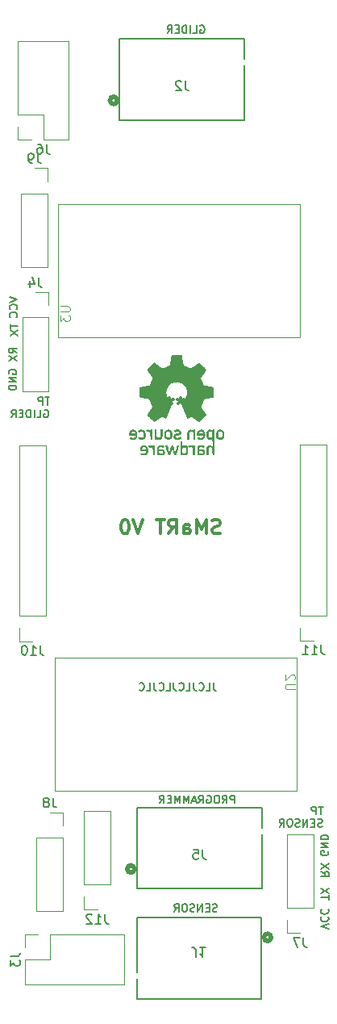
<source format=gbo>
G04 #@! TF.GenerationSoftware,KiCad,Pcbnew,9.0.4*
G04 #@! TF.CreationDate,2025-09-18T15:34:25+02:00*
G04 #@! TF.ProjectId,SMaRT,534d6152-542e-46b6-9963-61645f706362,0*
G04 #@! TF.SameCoordinates,Original*
G04 #@! TF.FileFunction,Legend,Bot*
G04 #@! TF.FilePolarity,Positive*
%FSLAX46Y46*%
G04 Gerber Fmt 4.6, Leading zero omitted, Abs format (unit mm)*
G04 Created by KiCad (PCBNEW 9.0.4) date 2025-09-18 15:34:25*
%MOMM*%
%LPD*%
G01*
G04 APERTURE LIST*
%ADD10C,0.152400*%
%ADD11C,0.300000*%
%ADD12C,0.150000*%
%ADD13C,0.100000*%
%ADD14C,0.000000*%
%ADD15C,0.120000*%
%ADD16C,0.508000*%
G04 APERTURE END LIST*
D10*
X94498984Y-106904803D02*
X94498984Y-107485375D01*
X94498984Y-107485375D02*
X94537689Y-107601489D01*
X94537689Y-107601489D02*
X94615098Y-107678899D01*
X94615098Y-107678899D02*
X94731213Y-107717603D01*
X94731213Y-107717603D02*
X94808622Y-107717603D01*
X93724889Y-107717603D02*
X94111937Y-107717603D01*
X94111937Y-107717603D02*
X94111937Y-106904803D01*
X92989499Y-107640194D02*
X93028203Y-107678899D01*
X93028203Y-107678899D02*
X93144318Y-107717603D01*
X93144318Y-107717603D02*
X93221727Y-107717603D01*
X93221727Y-107717603D02*
X93337841Y-107678899D01*
X93337841Y-107678899D02*
X93415251Y-107601489D01*
X93415251Y-107601489D02*
X93453956Y-107524079D01*
X93453956Y-107524079D02*
X93492660Y-107369260D01*
X93492660Y-107369260D02*
X93492660Y-107253146D01*
X93492660Y-107253146D02*
X93453956Y-107098327D01*
X93453956Y-107098327D02*
X93415251Y-107020918D01*
X93415251Y-107020918D02*
X93337841Y-106943508D01*
X93337841Y-106943508D02*
X93221727Y-106904803D01*
X93221727Y-106904803D02*
X93144318Y-106904803D01*
X93144318Y-106904803D02*
X93028203Y-106943508D01*
X93028203Y-106943508D02*
X92989499Y-106982213D01*
X92408927Y-106904803D02*
X92408927Y-107485375D01*
X92408927Y-107485375D02*
X92447632Y-107601489D01*
X92447632Y-107601489D02*
X92525041Y-107678899D01*
X92525041Y-107678899D02*
X92641156Y-107717603D01*
X92641156Y-107717603D02*
X92718565Y-107717603D01*
X91634832Y-107717603D02*
X92021880Y-107717603D01*
X92021880Y-107717603D02*
X92021880Y-106904803D01*
X90899442Y-107640194D02*
X90938146Y-107678899D01*
X90938146Y-107678899D02*
X91054261Y-107717603D01*
X91054261Y-107717603D02*
X91131670Y-107717603D01*
X91131670Y-107717603D02*
X91247784Y-107678899D01*
X91247784Y-107678899D02*
X91325194Y-107601489D01*
X91325194Y-107601489D02*
X91363899Y-107524079D01*
X91363899Y-107524079D02*
X91402603Y-107369260D01*
X91402603Y-107369260D02*
X91402603Y-107253146D01*
X91402603Y-107253146D02*
X91363899Y-107098327D01*
X91363899Y-107098327D02*
X91325194Y-107020918D01*
X91325194Y-107020918D02*
X91247784Y-106943508D01*
X91247784Y-106943508D02*
X91131670Y-106904803D01*
X91131670Y-106904803D02*
X91054261Y-106904803D01*
X91054261Y-106904803D02*
X90938146Y-106943508D01*
X90938146Y-106943508D02*
X90899442Y-106982213D01*
X90318870Y-106904803D02*
X90318870Y-107485375D01*
X90318870Y-107485375D02*
X90357575Y-107601489D01*
X90357575Y-107601489D02*
X90434984Y-107678899D01*
X90434984Y-107678899D02*
X90551099Y-107717603D01*
X90551099Y-107717603D02*
X90628508Y-107717603D01*
X89544775Y-107717603D02*
X89931823Y-107717603D01*
X89931823Y-107717603D02*
X89931823Y-106904803D01*
X88809385Y-107640194D02*
X88848089Y-107678899D01*
X88848089Y-107678899D02*
X88964204Y-107717603D01*
X88964204Y-107717603D02*
X89041613Y-107717603D01*
X89041613Y-107717603D02*
X89157727Y-107678899D01*
X89157727Y-107678899D02*
X89235137Y-107601489D01*
X89235137Y-107601489D02*
X89273842Y-107524079D01*
X89273842Y-107524079D02*
X89312546Y-107369260D01*
X89312546Y-107369260D02*
X89312546Y-107253146D01*
X89312546Y-107253146D02*
X89273842Y-107098327D01*
X89273842Y-107098327D02*
X89235137Y-107020918D01*
X89235137Y-107020918D02*
X89157727Y-106943508D01*
X89157727Y-106943508D02*
X89041613Y-106904803D01*
X89041613Y-106904803D02*
X88964204Y-106904803D01*
X88964204Y-106904803D02*
X88848089Y-106943508D01*
X88848089Y-106943508D02*
X88809385Y-106982213D01*
X88228813Y-106904803D02*
X88228813Y-107485375D01*
X88228813Y-107485375D02*
X88267518Y-107601489D01*
X88267518Y-107601489D02*
X88344927Y-107678899D01*
X88344927Y-107678899D02*
X88461042Y-107717603D01*
X88461042Y-107717603D02*
X88538451Y-107717603D01*
X87454718Y-107717603D02*
X87841766Y-107717603D01*
X87841766Y-107717603D02*
X87841766Y-106904803D01*
X86719328Y-107640194D02*
X86758032Y-107678899D01*
X86758032Y-107678899D02*
X86874147Y-107717603D01*
X86874147Y-107717603D02*
X86951556Y-107717603D01*
X86951556Y-107717603D02*
X87067670Y-107678899D01*
X87067670Y-107678899D02*
X87145080Y-107601489D01*
X87145080Y-107601489D02*
X87183785Y-107524079D01*
X87183785Y-107524079D02*
X87222489Y-107369260D01*
X87222489Y-107369260D02*
X87222489Y-107253146D01*
X87222489Y-107253146D02*
X87183785Y-107098327D01*
X87183785Y-107098327D02*
X87145080Y-107020918D01*
X87145080Y-107020918D02*
X87067670Y-106943508D01*
X87067670Y-106943508D02*
X86951556Y-106904803D01*
X86951556Y-106904803D02*
X86874147Y-106904803D01*
X86874147Y-106904803D02*
X86758032Y-106943508D01*
X86758032Y-106943508D02*
X86719328Y-106982213D01*
D11*
X95216917Y-91204400D02*
X95002632Y-91275828D01*
X95002632Y-91275828D02*
X94645489Y-91275828D01*
X94645489Y-91275828D02*
X94502632Y-91204400D01*
X94502632Y-91204400D02*
X94431203Y-91132971D01*
X94431203Y-91132971D02*
X94359774Y-90990114D01*
X94359774Y-90990114D02*
X94359774Y-90847257D01*
X94359774Y-90847257D02*
X94431203Y-90704400D01*
X94431203Y-90704400D02*
X94502632Y-90632971D01*
X94502632Y-90632971D02*
X94645489Y-90561542D01*
X94645489Y-90561542D02*
X94931203Y-90490114D01*
X94931203Y-90490114D02*
X95074060Y-90418685D01*
X95074060Y-90418685D02*
X95145489Y-90347257D01*
X95145489Y-90347257D02*
X95216917Y-90204400D01*
X95216917Y-90204400D02*
X95216917Y-90061542D01*
X95216917Y-90061542D02*
X95145489Y-89918685D01*
X95145489Y-89918685D02*
X95074060Y-89847257D01*
X95074060Y-89847257D02*
X94931203Y-89775828D01*
X94931203Y-89775828D02*
X94574060Y-89775828D01*
X94574060Y-89775828D02*
X94359774Y-89847257D01*
X93716918Y-91275828D02*
X93716918Y-89775828D01*
X93716918Y-89775828D02*
X93216918Y-90847257D01*
X93216918Y-90847257D02*
X92716918Y-89775828D01*
X92716918Y-89775828D02*
X92716918Y-91275828D01*
X91359775Y-91275828D02*
X91359775Y-90490114D01*
X91359775Y-90490114D02*
X91431203Y-90347257D01*
X91431203Y-90347257D02*
X91574060Y-90275828D01*
X91574060Y-90275828D02*
X91859775Y-90275828D01*
X91859775Y-90275828D02*
X92002632Y-90347257D01*
X91359775Y-91204400D02*
X91502632Y-91275828D01*
X91502632Y-91275828D02*
X91859775Y-91275828D01*
X91859775Y-91275828D02*
X92002632Y-91204400D01*
X92002632Y-91204400D02*
X92074060Y-91061542D01*
X92074060Y-91061542D02*
X92074060Y-90918685D01*
X92074060Y-90918685D02*
X92002632Y-90775828D01*
X92002632Y-90775828D02*
X91859775Y-90704400D01*
X91859775Y-90704400D02*
X91502632Y-90704400D01*
X91502632Y-90704400D02*
X91359775Y-90632971D01*
X89788346Y-91275828D02*
X90288346Y-90561542D01*
X90645489Y-91275828D02*
X90645489Y-89775828D01*
X90645489Y-89775828D02*
X90074060Y-89775828D01*
X90074060Y-89775828D02*
X89931203Y-89847257D01*
X89931203Y-89847257D02*
X89859774Y-89918685D01*
X89859774Y-89918685D02*
X89788346Y-90061542D01*
X89788346Y-90061542D02*
X89788346Y-90275828D01*
X89788346Y-90275828D02*
X89859774Y-90418685D01*
X89859774Y-90418685D02*
X89931203Y-90490114D01*
X89931203Y-90490114D02*
X90074060Y-90561542D01*
X90074060Y-90561542D02*
X90645489Y-90561542D01*
X89359774Y-89775828D02*
X88502632Y-89775828D01*
X88931203Y-91275828D02*
X88931203Y-89775828D01*
X87074060Y-89775828D02*
X86574060Y-91275828D01*
X86574060Y-91275828D02*
X86074060Y-89775828D01*
X85288346Y-89775828D02*
X85145489Y-89775828D01*
X85145489Y-89775828D02*
X85002632Y-89847257D01*
X85002632Y-89847257D02*
X84931204Y-89918685D01*
X84931204Y-89918685D02*
X84859775Y-90061542D01*
X84859775Y-90061542D02*
X84788346Y-90347257D01*
X84788346Y-90347257D02*
X84788346Y-90704400D01*
X84788346Y-90704400D02*
X84859775Y-90990114D01*
X84859775Y-90990114D02*
X84931204Y-91132971D01*
X84931204Y-91132971D02*
X85002632Y-91204400D01*
X85002632Y-91204400D02*
X85145489Y-91275828D01*
X85145489Y-91275828D02*
X85288346Y-91275828D01*
X85288346Y-91275828D02*
X85431204Y-91204400D01*
X85431204Y-91204400D02*
X85502632Y-91132971D01*
X85502632Y-91132971D02*
X85574061Y-90990114D01*
X85574061Y-90990114D02*
X85645489Y-90704400D01*
X85645489Y-90704400D02*
X85645489Y-90347257D01*
X85645489Y-90347257D02*
X85574061Y-90061542D01*
X85574061Y-90061542D02*
X85502632Y-89918685D01*
X85502632Y-89918685D02*
X85431204Y-89847257D01*
X85431204Y-89847257D02*
X85288346Y-89775828D01*
D10*
X106531491Y-124580460D02*
X106570196Y-124657870D01*
X106570196Y-124657870D02*
X106570196Y-124773984D01*
X106570196Y-124773984D02*
X106531491Y-124890098D01*
X106531491Y-124890098D02*
X106454081Y-124967508D01*
X106454081Y-124967508D02*
X106376672Y-125006213D01*
X106376672Y-125006213D02*
X106221853Y-125044917D01*
X106221853Y-125044917D02*
X106105739Y-125044917D01*
X106105739Y-125044917D02*
X105950920Y-125006213D01*
X105950920Y-125006213D02*
X105873510Y-124967508D01*
X105873510Y-124967508D02*
X105796101Y-124890098D01*
X105796101Y-124890098D02*
X105757396Y-124773984D01*
X105757396Y-124773984D02*
X105757396Y-124696575D01*
X105757396Y-124696575D02*
X105796101Y-124580460D01*
X105796101Y-124580460D02*
X105834805Y-124541756D01*
X105834805Y-124541756D02*
X106105739Y-124541756D01*
X106105739Y-124541756D02*
X106105739Y-124696575D01*
X105757396Y-124193413D02*
X106570196Y-124193413D01*
X106570196Y-124193413D02*
X105757396Y-123728956D01*
X105757396Y-123728956D02*
X106570196Y-123728956D01*
X105757396Y-123341908D02*
X106570196Y-123341908D01*
X106570196Y-123341908D02*
X106570196Y-123148384D01*
X106570196Y-123148384D02*
X106531491Y-123032270D01*
X106531491Y-123032270D02*
X106454081Y-122954860D01*
X106454081Y-122954860D02*
X106376672Y-122916155D01*
X106376672Y-122916155D02*
X106221853Y-122877451D01*
X106221853Y-122877451D02*
X106105739Y-122877451D01*
X106105739Y-122877451D02*
X105950920Y-122916155D01*
X105950920Y-122916155D02*
X105873510Y-122954860D01*
X105873510Y-122954860D02*
X105796101Y-123032270D01*
X105796101Y-123032270D02*
X105757396Y-123148384D01*
X105757396Y-123148384D02*
X105757396Y-123341908D01*
X77272327Y-76946241D02*
X76807870Y-76946241D01*
X77040098Y-77759041D02*
X77040098Y-76946241D01*
X76536937Y-77759041D02*
X76536937Y-76946241D01*
X76536937Y-76946241D02*
X76227299Y-76946241D01*
X76227299Y-76946241D02*
X76149889Y-76984946D01*
X76149889Y-76984946D02*
X76111184Y-77023651D01*
X76111184Y-77023651D02*
X76072480Y-77101060D01*
X76072480Y-77101060D02*
X76072480Y-77217175D01*
X76072480Y-77217175D02*
X76111184Y-77294584D01*
X76111184Y-77294584D02*
X76149889Y-77333289D01*
X76149889Y-77333289D02*
X76227299Y-77371994D01*
X76227299Y-77371994D02*
X76536937Y-77371994D01*
X76730460Y-78293508D02*
X76807870Y-78254803D01*
X76807870Y-78254803D02*
X76923984Y-78254803D01*
X76923984Y-78254803D02*
X77040098Y-78293508D01*
X77040098Y-78293508D02*
X77117508Y-78370918D01*
X77117508Y-78370918D02*
X77156213Y-78448327D01*
X77156213Y-78448327D02*
X77194917Y-78603146D01*
X77194917Y-78603146D02*
X77194917Y-78719260D01*
X77194917Y-78719260D02*
X77156213Y-78874079D01*
X77156213Y-78874079D02*
X77117508Y-78951489D01*
X77117508Y-78951489D02*
X77040098Y-79028899D01*
X77040098Y-79028899D02*
X76923984Y-79067603D01*
X76923984Y-79067603D02*
X76846575Y-79067603D01*
X76846575Y-79067603D02*
X76730460Y-79028899D01*
X76730460Y-79028899D02*
X76691756Y-78990194D01*
X76691756Y-78990194D02*
X76691756Y-78719260D01*
X76691756Y-78719260D02*
X76846575Y-78719260D01*
X75956365Y-79067603D02*
X76343413Y-79067603D01*
X76343413Y-79067603D02*
X76343413Y-78254803D01*
X75685432Y-79067603D02*
X75685432Y-78254803D01*
X75298384Y-79067603D02*
X75298384Y-78254803D01*
X75298384Y-78254803D02*
X75104860Y-78254803D01*
X75104860Y-78254803D02*
X74988746Y-78293508D01*
X74988746Y-78293508D02*
X74911336Y-78370918D01*
X74911336Y-78370918D02*
X74872631Y-78448327D01*
X74872631Y-78448327D02*
X74833927Y-78603146D01*
X74833927Y-78603146D02*
X74833927Y-78719260D01*
X74833927Y-78719260D02*
X74872631Y-78874079D01*
X74872631Y-78874079D02*
X74911336Y-78951489D01*
X74911336Y-78951489D02*
X74988746Y-79028899D01*
X74988746Y-79028899D02*
X75104860Y-79067603D01*
X75104860Y-79067603D02*
X75298384Y-79067603D01*
X74485584Y-78641851D02*
X74214650Y-78641851D01*
X74098536Y-79067603D02*
X74485584Y-79067603D01*
X74485584Y-79067603D02*
X74485584Y-78254803D01*
X74485584Y-78254803D02*
X74098536Y-78254803D01*
X73285737Y-79067603D02*
X73556670Y-78680556D01*
X73750194Y-79067603D02*
X73750194Y-78254803D01*
X73750194Y-78254803D02*
X73440556Y-78254803D01*
X73440556Y-78254803D02*
X73363146Y-78293508D01*
X73363146Y-78293508D02*
X73324441Y-78332213D01*
X73324441Y-78332213D02*
X73285737Y-78409622D01*
X73285737Y-78409622D02*
X73285737Y-78525737D01*
X73285737Y-78525737D02*
X73324441Y-78603146D01*
X73324441Y-78603146D02*
X73363146Y-78641851D01*
X73363146Y-78641851D02*
X73440556Y-78680556D01*
X73440556Y-78680556D02*
X73750194Y-78680556D01*
X73043508Y-74494539D02*
X73004803Y-74417129D01*
X73004803Y-74417129D02*
X73004803Y-74301015D01*
X73004803Y-74301015D02*
X73043508Y-74184901D01*
X73043508Y-74184901D02*
X73120918Y-74107491D01*
X73120918Y-74107491D02*
X73198327Y-74068786D01*
X73198327Y-74068786D02*
X73353146Y-74030082D01*
X73353146Y-74030082D02*
X73469260Y-74030082D01*
X73469260Y-74030082D02*
X73624079Y-74068786D01*
X73624079Y-74068786D02*
X73701489Y-74107491D01*
X73701489Y-74107491D02*
X73778899Y-74184901D01*
X73778899Y-74184901D02*
X73817603Y-74301015D01*
X73817603Y-74301015D02*
X73817603Y-74378424D01*
X73817603Y-74378424D02*
X73778899Y-74494539D01*
X73778899Y-74494539D02*
X73740194Y-74533243D01*
X73740194Y-74533243D02*
X73469260Y-74533243D01*
X73469260Y-74533243D02*
X73469260Y-74378424D01*
X73817603Y-74881586D02*
X73004803Y-74881586D01*
X73004803Y-74881586D02*
X73817603Y-75346043D01*
X73817603Y-75346043D02*
X73004803Y-75346043D01*
X73817603Y-75733091D02*
X73004803Y-75733091D01*
X73004803Y-75733091D02*
X73004803Y-75926615D01*
X73004803Y-75926615D02*
X73043508Y-76042729D01*
X73043508Y-76042729D02*
X73120918Y-76120139D01*
X73120918Y-76120139D02*
X73198327Y-76158844D01*
X73198327Y-76158844D02*
X73353146Y-76197548D01*
X73353146Y-76197548D02*
X73469260Y-76197548D01*
X73469260Y-76197548D02*
X73624079Y-76158844D01*
X73624079Y-76158844D02*
X73701489Y-76120139D01*
X73701489Y-76120139D02*
X73778899Y-76042729D01*
X73778899Y-76042729D02*
X73817603Y-75926615D01*
X73817603Y-75926615D02*
X73817603Y-75733091D01*
X73842603Y-72308243D02*
X73455556Y-72037310D01*
X73842603Y-71843786D02*
X73029803Y-71843786D01*
X73029803Y-71843786D02*
X73029803Y-72153424D01*
X73029803Y-72153424D02*
X73068508Y-72230834D01*
X73068508Y-72230834D02*
X73107213Y-72269539D01*
X73107213Y-72269539D02*
X73184622Y-72308243D01*
X73184622Y-72308243D02*
X73300737Y-72308243D01*
X73300737Y-72308243D02*
X73378146Y-72269539D01*
X73378146Y-72269539D02*
X73416851Y-72230834D01*
X73416851Y-72230834D02*
X73455556Y-72153424D01*
X73455556Y-72153424D02*
X73455556Y-71843786D01*
X73029803Y-72579177D02*
X73842603Y-73121043D01*
X73029803Y-73121043D02*
X73842603Y-72579177D01*
X73154803Y-69277672D02*
X73154803Y-69742129D01*
X73967603Y-69509901D02*
X73154803Y-69509901D01*
X73154803Y-69935653D02*
X73967603Y-70477519D01*
X73154803Y-70477519D02*
X73967603Y-69935653D01*
X73079803Y-66452672D02*
X73892603Y-66723605D01*
X73892603Y-66723605D02*
X73079803Y-66994539D01*
X73815194Y-67729929D02*
X73853899Y-67691225D01*
X73853899Y-67691225D02*
X73892603Y-67575110D01*
X73892603Y-67575110D02*
X73892603Y-67497701D01*
X73892603Y-67497701D02*
X73853899Y-67381587D01*
X73853899Y-67381587D02*
X73776489Y-67304177D01*
X73776489Y-67304177D02*
X73699079Y-67265472D01*
X73699079Y-67265472D02*
X73544260Y-67226768D01*
X73544260Y-67226768D02*
X73428146Y-67226768D01*
X73428146Y-67226768D02*
X73273327Y-67265472D01*
X73273327Y-67265472D02*
X73195918Y-67304177D01*
X73195918Y-67304177D02*
X73118508Y-67381587D01*
X73118508Y-67381587D02*
X73079803Y-67497701D01*
X73079803Y-67497701D02*
X73079803Y-67575110D01*
X73079803Y-67575110D02*
X73118508Y-67691225D01*
X73118508Y-67691225D02*
X73157213Y-67729929D01*
X73815194Y-68542729D02*
X73853899Y-68504025D01*
X73853899Y-68504025D02*
X73892603Y-68387910D01*
X73892603Y-68387910D02*
X73892603Y-68310501D01*
X73892603Y-68310501D02*
X73853899Y-68194387D01*
X73853899Y-68194387D02*
X73776489Y-68116977D01*
X73776489Y-68116977D02*
X73699079Y-68078272D01*
X73699079Y-68078272D02*
X73544260Y-68039568D01*
X73544260Y-68039568D02*
X73428146Y-68039568D01*
X73428146Y-68039568D02*
X73273327Y-68078272D01*
X73273327Y-68078272D02*
X73195918Y-68116977D01*
X73195918Y-68116977D02*
X73118508Y-68194387D01*
X73118508Y-68194387D02*
X73079803Y-68310501D01*
X73079803Y-68310501D02*
X73079803Y-68387910D01*
X73079803Y-68387910D02*
X73118508Y-68504025D01*
X73118508Y-68504025D02*
X73157213Y-68542729D01*
X93105460Y-37968508D02*
X93182870Y-37929803D01*
X93182870Y-37929803D02*
X93298984Y-37929803D01*
X93298984Y-37929803D02*
X93415098Y-37968508D01*
X93415098Y-37968508D02*
X93492508Y-38045918D01*
X93492508Y-38045918D02*
X93531213Y-38123327D01*
X93531213Y-38123327D02*
X93569917Y-38278146D01*
X93569917Y-38278146D02*
X93569917Y-38394260D01*
X93569917Y-38394260D02*
X93531213Y-38549079D01*
X93531213Y-38549079D02*
X93492508Y-38626489D01*
X93492508Y-38626489D02*
X93415098Y-38703899D01*
X93415098Y-38703899D02*
X93298984Y-38742603D01*
X93298984Y-38742603D02*
X93221575Y-38742603D01*
X93221575Y-38742603D02*
X93105460Y-38703899D01*
X93105460Y-38703899D02*
X93066756Y-38665194D01*
X93066756Y-38665194D02*
X93066756Y-38394260D01*
X93066756Y-38394260D02*
X93221575Y-38394260D01*
X92331365Y-38742603D02*
X92718413Y-38742603D01*
X92718413Y-38742603D02*
X92718413Y-37929803D01*
X92060432Y-38742603D02*
X92060432Y-37929803D01*
X91673384Y-38742603D02*
X91673384Y-37929803D01*
X91673384Y-37929803D02*
X91479860Y-37929803D01*
X91479860Y-37929803D02*
X91363746Y-37968508D01*
X91363746Y-37968508D02*
X91286336Y-38045918D01*
X91286336Y-38045918D02*
X91247631Y-38123327D01*
X91247631Y-38123327D02*
X91208927Y-38278146D01*
X91208927Y-38278146D02*
X91208927Y-38394260D01*
X91208927Y-38394260D02*
X91247631Y-38549079D01*
X91247631Y-38549079D02*
X91286336Y-38626489D01*
X91286336Y-38626489D02*
X91363746Y-38703899D01*
X91363746Y-38703899D02*
X91479860Y-38742603D01*
X91479860Y-38742603D02*
X91673384Y-38742603D01*
X90860584Y-38316851D02*
X90589650Y-38316851D01*
X90473536Y-38742603D02*
X90860584Y-38742603D01*
X90860584Y-38742603D02*
X90860584Y-37929803D01*
X90860584Y-37929803D02*
X90473536Y-37929803D01*
X89660737Y-38742603D02*
X89931670Y-38355556D01*
X90125194Y-38742603D02*
X90125194Y-37929803D01*
X90125194Y-37929803D02*
X89815556Y-37929803D01*
X89815556Y-37929803D02*
X89738146Y-37968508D01*
X89738146Y-37968508D02*
X89699441Y-38007213D01*
X89699441Y-38007213D02*
X89660737Y-38084622D01*
X89660737Y-38084622D02*
X89660737Y-38200737D01*
X89660737Y-38200737D02*
X89699441Y-38278146D01*
X89699441Y-38278146D02*
X89738146Y-38316851D01*
X89738146Y-38316851D02*
X89815556Y-38355556D01*
X89815556Y-38355556D02*
X90125194Y-38355556D01*
X96706213Y-119542603D02*
X96706213Y-118729803D01*
X96706213Y-118729803D02*
X96396575Y-118729803D01*
X96396575Y-118729803D02*
X96319165Y-118768508D01*
X96319165Y-118768508D02*
X96280460Y-118807213D01*
X96280460Y-118807213D02*
X96241756Y-118884622D01*
X96241756Y-118884622D02*
X96241756Y-119000737D01*
X96241756Y-119000737D02*
X96280460Y-119078146D01*
X96280460Y-119078146D02*
X96319165Y-119116851D01*
X96319165Y-119116851D02*
X96396575Y-119155556D01*
X96396575Y-119155556D02*
X96706213Y-119155556D01*
X95428956Y-119542603D02*
X95699889Y-119155556D01*
X95893413Y-119542603D02*
X95893413Y-118729803D01*
X95893413Y-118729803D02*
X95583775Y-118729803D01*
X95583775Y-118729803D02*
X95506365Y-118768508D01*
X95506365Y-118768508D02*
X95467660Y-118807213D01*
X95467660Y-118807213D02*
X95428956Y-118884622D01*
X95428956Y-118884622D02*
X95428956Y-119000737D01*
X95428956Y-119000737D02*
X95467660Y-119078146D01*
X95467660Y-119078146D02*
X95506365Y-119116851D01*
X95506365Y-119116851D02*
X95583775Y-119155556D01*
X95583775Y-119155556D02*
X95893413Y-119155556D01*
X94925794Y-118729803D02*
X94770975Y-118729803D01*
X94770975Y-118729803D02*
X94693565Y-118768508D01*
X94693565Y-118768508D02*
X94616156Y-118845918D01*
X94616156Y-118845918D02*
X94577451Y-119000737D01*
X94577451Y-119000737D02*
X94577451Y-119271670D01*
X94577451Y-119271670D02*
X94616156Y-119426489D01*
X94616156Y-119426489D02*
X94693565Y-119503899D01*
X94693565Y-119503899D02*
X94770975Y-119542603D01*
X94770975Y-119542603D02*
X94925794Y-119542603D01*
X94925794Y-119542603D02*
X95003203Y-119503899D01*
X95003203Y-119503899D02*
X95080613Y-119426489D01*
X95080613Y-119426489D02*
X95119317Y-119271670D01*
X95119317Y-119271670D02*
X95119317Y-119000737D01*
X95119317Y-119000737D02*
X95080613Y-118845918D01*
X95080613Y-118845918D02*
X95003203Y-118768508D01*
X95003203Y-118768508D02*
X94925794Y-118729803D01*
X93803355Y-118768508D02*
X93880765Y-118729803D01*
X93880765Y-118729803D02*
X93996879Y-118729803D01*
X93996879Y-118729803D02*
X94112993Y-118768508D01*
X94112993Y-118768508D02*
X94190403Y-118845918D01*
X94190403Y-118845918D02*
X94229108Y-118923327D01*
X94229108Y-118923327D02*
X94267812Y-119078146D01*
X94267812Y-119078146D02*
X94267812Y-119194260D01*
X94267812Y-119194260D02*
X94229108Y-119349079D01*
X94229108Y-119349079D02*
X94190403Y-119426489D01*
X94190403Y-119426489D02*
X94112993Y-119503899D01*
X94112993Y-119503899D02*
X93996879Y-119542603D01*
X93996879Y-119542603D02*
X93919470Y-119542603D01*
X93919470Y-119542603D02*
X93803355Y-119503899D01*
X93803355Y-119503899D02*
X93764651Y-119465194D01*
X93764651Y-119465194D02*
X93764651Y-119194260D01*
X93764651Y-119194260D02*
X93919470Y-119194260D01*
X92951851Y-119542603D02*
X93222784Y-119155556D01*
X93416308Y-119542603D02*
X93416308Y-118729803D01*
X93416308Y-118729803D02*
X93106670Y-118729803D01*
X93106670Y-118729803D02*
X93029260Y-118768508D01*
X93029260Y-118768508D02*
X92990555Y-118807213D01*
X92990555Y-118807213D02*
X92951851Y-118884622D01*
X92951851Y-118884622D02*
X92951851Y-119000737D01*
X92951851Y-119000737D02*
X92990555Y-119078146D01*
X92990555Y-119078146D02*
X93029260Y-119116851D01*
X93029260Y-119116851D02*
X93106670Y-119155556D01*
X93106670Y-119155556D02*
X93416308Y-119155556D01*
X92642212Y-119310375D02*
X92255165Y-119310375D01*
X92719622Y-119542603D02*
X92448689Y-118729803D01*
X92448689Y-118729803D02*
X92177755Y-119542603D01*
X91906822Y-119542603D02*
X91906822Y-118729803D01*
X91906822Y-118729803D02*
X91635888Y-119310375D01*
X91635888Y-119310375D02*
X91364955Y-118729803D01*
X91364955Y-118729803D02*
X91364955Y-119542603D01*
X90977908Y-119542603D02*
X90977908Y-118729803D01*
X90977908Y-118729803D02*
X90706974Y-119310375D01*
X90706974Y-119310375D02*
X90436041Y-118729803D01*
X90436041Y-118729803D02*
X90436041Y-119542603D01*
X90048994Y-119116851D02*
X89778060Y-119116851D01*
X89661946Y-119542603D02*
X90048994Y-119542603D01*
X90048994Y-119542603D02*
X90048994Y-118729803D01*
X90048994Y-118729803D02*
X89661946Y-118729803D01*
X88849147Y-119542603D02*
X89120080Y-119155556D01*
X89313604Y-119542603D02*
X89313604Y-118729803D01*
X89313604Y-118729803D02*
X89003966Y-118729803D01*
X89003966Y-118729803D02*
X88926556Y-118768508D01*
X88926556Y-118768508D02*
X88887851Y-118807213D01*
X88887851Y-118807213D02*
X88849147Y-118884622D01*
X88849147Y-118884622D02*
X88849147Y-119000737D01*
X88849147Y-119000737D02*
X88887851Y-119078146D01*
X88887851Y-119078146D02*
X88926556Y-119116851D01*
X88926556Y-119116851D02*
X89003966Y-119155556D01*
X89003966Y-119155556D02*
X89313604Y-119155556D01*
X94869917Y-130878899D02*
X94753803Y-130917603D01*
X94753803Y-130917603D02*
X94560279Y-130917603D01*
X94560279Y-130917603D02*
X94482870Y-130878899D01*
X94482870Y-130878899D02*
X94444165Y-130840194D01*
X94444165Y-130840194D02*
X94405460Y-130762784D01*
X94405460Y-130762784D02*
X94405460Y-130685375D01*
X94405460Y-130685375D02*
X94444165Y-130607965D01*
X94444165Y-130607965D02*
X94482870Y-130569260D01*
X94482870Y-130569260D02*
X94560279Y-130530556D01*
X94560279Y-130530556D02*
X94715098Y-130491851D01*
X94715098Y-130491851D02*
X94792508Y-130453146D01*
X94792508Y-130453146D02*
X94831213Y-130414441D01*
X94831213Y-130414441D02*
X94869917Y-130337032D01*
X94869917Y-130337032D02*
X94869917Y-130259622D01*
X94869917Y-130259622D02*
X94831213Y-130182213D01*
X94831213Y-130182213D02*
X94792508Y-130143508D01*
X94792508Y-130143508D02*
X94715098Y-130104803D01*
X94715098Y-130104803D02*
X94521575Y-130104803D01*
X94521575Y-130104803D02*
X94405460Y-130143508D01*
X94057118Y-130491851D02*
X93786184Y-130491851D01*
X93670070Y-130917603D02*
X94057118Y-130917603D01*
X94057118Y-130917603D02*
X94057118Y-130104803D01*
X94057118Y-130104803D02*
X93670070Y-130104803D01*
X93321728Y-130917603D02*
X93321728Y-130104803D01*
X93321728Y-130104803D02*
X92857271Y-130917603D01*
X92857271Y-130917603D02*
X92857271Y-130104803D01*
X92508927Y-130878899D02*
X92392813Y-130917603D01*
X92392813Y-130917603D02*
X92199289Y-130917603D01*
X92199289Y-130917603D02*
X92121880Y-130878899D01*
X92121880Y-130878899D02*
X92083175Y-130840194D01*
X92083175Y-130840194D02*
X92044470Y-130762784D01*
X92044470Y-130762784D02*
X92044470Y-130685375D01*
X92044470Y-130685375D02*
X92083175Y-130607965D01*
X92083175Y-130607965D02*
X92121880Y-130569260D01*
X92121880Y-130569260D02*
X92199289Y-130530556D01*
X92199289Y-130530556D02*
X92354108Y-130491851D01*
X92354108Y-130491851D02*
X92431518Y-130453146D01*
X92431518Y-130453146D02*
X92470223Y-130414441D01*
X92470223Y-130414441D02*
X92508927Y-130337032D01*
X92508927Y-130337032D02*
X92508927Y-130259622D01*
X92508927Y-130259622D02*
X92470223Y-130182213D01*
X92470223Y-130182213D02*
X92431518Y-130143508D01*
X92431518Y-130143508D02*
X92354108Y-130104803D01*
X92354108Y-130104803D02*
X92160585Y-130104803D01*
X92160585Y-130104803D02*
X92044470Y-130143508D01*
X91541309Y-130104803D02*
X91386490Y-130104803D01*
X91386490Y-130104803D02*
X91309080Y-130143508D01*
X91309080Y-130143508D02*
X91231671Y-130220918D01*
X91231671Y-130220918D02*
X91192966Y-130375737D01*
X91192966Y-130375737D02*
X91192966Y-130646670D01*
X91192966Y-130646670D02*
X91231671Y-130801489D01*
X91231671Y-130801489D02*
X91309080Y-130878899D01*
X91309080Y-130878899D02*
X91386490Y-130917603D01*
X91386490Y-130917603D02*
X91541309Y-130917603D01*
X91541309Y-130917603D02*
X91618718Y-130878899D01*
X91618718Y-130878899D02*
X91696128Y-130801489D01*
X91696128Y-130801489D02*
X91734832Y-130646670D01*
X91734832Y-130646670D02*
X91734832Y-130375737D01*
X91734832Y-130375737D02*
X91696128Y-130220918D01*
X91696128Y-130220918D02*
X91618718Y-130143508D01*
X91618718Y-130143508D02*
X91541309Y-130104803D01*
X90380166Y-130917603D02*
X90651099Y-130530556D01*
X90844623Y-130917603D02*
X90844623Y-130104803D01*
X90844623Y-130104803D02*
X90534985Y-130104803D01*
X90534985Y-130104803D02*
X90457575Y-130143508D01*
X90457575Y-130143508D02*
X90418870Y-130182213D01*
X90418870Y-130182213D02*
X90380166Y-130259622D01*
X90380166Y-130259622D02*
X90380166Y-130375737D01*
X90380166Y-130375737D02*
X90418870Y-130453146D01*
X90418870Y-130453146D02*
X90457575Y-130491851D01*
X90457575Y-130491851D02*
X90534985Y-130530556D01*
X90534985Y-130530556D02*
X90844623Y-130530556D01*
X105997327Y-119896241D02*
X105532870Y-119896241D01*
X105765098Y-120709041D02*
X105765098Y-119896241D01*
X105261937Y-120709041D02*
X105261937Y-119896241D01*
X105261937Y-119896241D02*
X104952299Y-119896241D01*
X104952299Y-119896241D02*
X104874889Y-119934946D01*
X104874889Y-119934946D02*
X104836184Y-119973651D01*
X104836184Y-119973651D02*
X104797480Y-120051060D01*
X104797480Y-120051060D02*
X104797480Y-120167175D01*
X104797480Y-120167175D02*
X104836184Y-120244584D01*
X104836184Y-120244584D02*
X104874889Y-120283289D01*
X104874889Y-120283289D02*
X104952299Y-120321994D01*
X104952299Y-120321994D02*
X105261937Y-120321994D01*
X105919917Y-121978899D02*
X105803803Y-122017603D01*
X105803803Y-122017603D02*
X105610279Y-122017603D01*
X105610279Y-122017603D02*
X105532870Y-121978899D01*
X105532870Y-121978899D02*
X105494165Y-121940194D01*
X105494165Y-121940194D02*
X105455460Y-121862784D01*
X105455460Y-121862784D02*
X105455460Y-121785375D01*
X105455460Y-121785375D02*
X105494165Y-121707965D01*
X105494165Y-121707965D02*
X105532870Y-121669260D01*
X105532870Y-121669260D02*
X105610279Y-121630556D01*
X105610279Y-121630556D02*
X105765098Y-121591851D01*
X105765098Y-121591851D02*
X105842508Y-121553146D01*
X105842508Y-121553146D02*
X105881213Y-121514441D01*
X105881213Y-121514441D02*
X105919917Y-121437032D01*
X105919917Y-121437032D02*
X105919917Y-121359622D01*
X105919917Y-121359622D02*
X105881213Y-121282213D01*
X105881213Y-121282213D02*
X105842508Y-121243508D01*
X105842508Y-121243508D02*
X105765098Y-121204803D01*
X105765098Y-121204803D02*
X105571575Y-121204803D01*
X105571575Y-121204803D02*
X105455460Y-121243508D01*
X105107118Y-121591851D02*
X104836184Y-121591851D01*
X104720070Y-122017603D02*
X105107118Y-122017603D01*
X105107118Y-122017603D02*
X105107118Y-121204803D01*
X105107118Y-121204803D02*
X104720070Y-121204803D01*
X104371728Y-122017603D02*
X104371728Y-121204803D01*
X104371728Y-121204803D02*
X103907271Y-122017603D01*
X103907271Y-122017603D02*
X103907271Y-121204803D01*
X103558927Y-121978899D02*
X103442813Y-122017603D01*
X103442813Y-122017603D02*
X103249289Y-122017603D01*
X103249289Y-122017603D02*
X103171880Y-121978899D01*
X103171880Y-121978899D02*
X103133175Y-121940194D01*
X103133175Y-121940194D02*
X103094470Y-121862784D01*
X103094470Y-121862784D02*
X103094470Y-121785375D01*
X103094470Y-121785375D02*
X103133175Y-121707965D01*
X103133175Y-121707965D02*
X103171880Y-121669260D01*
X103171880Y-121669260D02*
X103249289Y-121630556D01*
X103249289Y-121630556D02*
X103404108Y-121591851D01*
X103404108Y-121591851D02*
X103481518Y-121553146D01*
X103481518Y-121553146D02*
X103520223Y-121514441D01*
X103520223Y-121514441D02*
X103558927Y-121437032D01*
X103558927Y-121437032D02*
X103558927Y-121359622D01*
X103558927Y-121359622D02*
X103520223Y-121282213D01*
X103520223Y-121282213D02*
X103481518Y-121243508D01*
X103481518Y-121243508D02*
X103404108Y-121204803D01*
X103404108Y-121204803D02*
X103210585Y-121204803D01*
X103210585Y-121204803D02*
X103094470Y-121243508D01*
X102591309Y-121204803D02*
X102436490Y-121204803D01*
X102436490Y-121204803D02*
X102359080Y-121243508D01*
X102359080Y-121243508D02*
X102281671Y-121320918D01*
X102281671Y-121320918D02*
X102242966Y-121475737D01*
X102242966Y-121475737D02*
X102242966Y-121746670D01*
X102242966Y-121746670D02*
X102281671Y-121901489D01*
X102281671Y-121901489D02*
X102359080Y-121978899D01*
X102359080Y-121978899D02*
X102436490Y-122017603D01*
X102436490Y-122017603D02*
X102591309Y-122017603D01*
X102591309Y-122017603D02*
X102668718Y-121978899D01*
X102668718Y-121978899D02*
X102746128Y-121901489D01*
X102746128Y-121901489D02*
X102784832Y-121746670D01*
X102784832Y-121746670D02*
X102784832Y-121475737D01*
X102784832Y-121475737D02*
X102746128Y-121320918D01*
X102746128Y-121320918D02*
X102668718Y-121243508D01*
X102668718Y-121243508D02*
X102591309Y-121204803D01*
X101430166Y-122017603D02*
X101701099Y-121630556D01*
X101894623Y-122017603D02*
X101894623Y-121204803D01*
X101894623Y-121204803D02*
X101584985Y-121204803D01*
X101584985Y-121204803D02*
X101507575Y-121243508D01*
X101507575Y-121243508D02*
X101468870Y-121282213D01*
X101468870Y-121282213D02*
X101430166Y-121359622D01*
X101430166Y-121359622D02*
X101430166Y-121475737D01*
X101430166Y-121475737D02*
X101468870Y-121553146D01*
X101468870Y-121553146D02*
X101507575Y-121591851D01*
X101507575Y-121591851D02*
X101584985Y-121630556D01*
X101584985Y-121630556D02*
X101894623Y-121630556D01*
X106595196Y-132747327D02*
X105782396Y-132476394D01*
X105782396Y-132476394D02*
X106595196Y-132205460D01*
X105859805Y-131470070D02*
X105821101Y-131508774D01*
X105821101Y-131508774D02*
X105782396Y-131624889D01*
X105782396Y-131624889D02*
X105782396Y-131702298D01*
X105782396Y-131702298D02*
X105821101Y-131818412D01*
X105821101Y-131818412D02*
X105898510Y-131895822D01*
X105898510Y-131895822D02*
X105975920Y-131934527D01*
X105975920Y-131934527D02*
X106130739Y-131973231D01*
X106130739Y-131973231D02*
X106246853Y-131973231D01*
X106246853Y-131973231D02*
X106401672Y-131934527D01*
X106401672Y-131934527D02*
X106479081Y-131895822D01*
X106479081Y-131895822D02*
X106556491Y-131818412D01*
X106556491Y-131818412D02*
X106595196Y-131702298D01*
X106595196Y-131702298D02*
X106595196Y-131624889D01*
X106595196Y-131624889D02*
X106556491Y-131508774D01*
X106556491Y-131508774D02*
X106517786Y-131470070D01*
X105859805Y-130657270D02*
X105821101Y-130695974D01*
X105821101Y-130695974D02*
X105782396Y-130812089D01*
X105782396Y-130812089D02*
X105782396Y-130889498D01*
X105782396Y-130889498D02*
X105821101Y-131005612D01*
X105821101Y-131005612D02*
X105898510Y-131083022D01*
X105898510Y-131083022D02*
X105975920Y-131121727D01*
X105975920Y-131121727D02*
X106130739Y-131160431D01*
X106130739Y-131160431D02*
X106246853Y-131160431D01*
X106246853Y-131160431D02*
X106401672Y-131121727D01*
X106401672Y-131121727D02*
X106479081Y-131083022D01*
X106479081Y-131083022D02*
X106556491Y-131005612D01*
X106556491Y-131005612D02*
X106595196Y-130889498D01*
X106595196Y-130889498D02*
X106595196Y-130812089D01*
X106595196Y-130812089D02*
X106556491Y-130695974D01*
X106556491Y-130695974D02*
X106517786Y-130657270D01*
X106595196Y-129672327D02*
X106595196Y-129207870D01*
X105782396Y-129440098D02*
X106595196Y-129440098D01*
X106595196Y-129014346D02*
X105782396Y-128472480D01*
X106595196Y-128472480D02*
X105782396Y-129014346D01*
X105782396Y-126716756D02*
X106169443Y-126987689D01*
X105782396Y-127181213D02*
X106595196Y-127181213D01*
X106595196Y-127181213D02*
X106595196Y-126871575D01*
X106595196Y-126871575D02*
X106556491Y-126794165D01*
X106556491Y-126794165D02*
X106517786Y-126755460D01*
X106517786Y-126755460D02*
X106440377Y-126716756D01*
X106440377Y-126716756D02*
X106324262Y-126716756D01*
X106324262Y-126716756D02*
X106246853Y-126755460D01*
X106246853Y-126755460D02*
X106208148Y-126794165D01*
X106208148Y-126794165D02*
X106169443Y-126871575D01*
X106169443Y-126871575D02*
X106169443Y-127181213D01*
X106595196Y-126445822D02*
X105782396Y-125903956D01*
X106595196Y-125903956D02*
X105782396Y-126445822D01*
D11*
X91971427Y-77049757D02*
X92114285Y-76978328D01*
X92114285Y-76978328D02*
X92328570Y-76978328D01*
X92328570Y-76978328D02*
X92542856Y-77049757D01*
X92542856Y-77049757D02*
X92685713Y-77192614D01*
X92685713Y-77192614D02*
X92757142Y-77335471D01*
X92757142Y-77335471D02*
X92828570Y-77621185D01*
X92828570Y-77621185D02*
X92828570Y-77835471D01*
X92828570Y-77835471D02*
X92757142Y-78121185D01*
X92757142Y-78121185D02*
X92685713Y-78264042D01*
X92685713Y-78264042D02*
X92542856Y-78406900D01*
X92542856Y-78406900D02*
X92328570Y-78478328D01*
X92328570Y-78478328D02*
X92185713Y-78478328D01*
X92185713Y-78478328D02*
X91971427Y-78406900D01*
X91971427Y-78406900D02*
X91899999Y-78335471D01*
X91899999Y-78335471D02*
X91899999Y-77835471D01*
X91899999Y-77835471D02*
X92185713Y-77835471D01*
X91042856Y-76978328D02*
X91042856Y-77335471D01*
X91399999Y-77192614D02*
X91042856Y-77335471D01*
X91042856Y-77335471D02*
X90685713Y-77192614D01*
X91257142Y-77621185D02*
X91042856Y-77335471D01*
X91042856Y-77335471D02*
X90828570Y-77621185D01*
X89899999Y-76978328D02*
X89899999Y-77335471D01*
X90257142Y-77192614D02*
X89899999Y-77335471D01*
X89899999Y-77335471D02*
X89542856Y-77192614D01*
X90114285Y-77621185D02*
X89899999Y-77335471D01*
X89899999Y-77335471D02*
X89685713Y-77621185D01*
X88757142Y-76978328D02*
X88757142Y-77335471D01*
X89114285Y-77192614D02*
X88757142Y-77335471D01*
X88757142Y-77335471D02*
X88399999Y-77192614D01*
X88971428Y-77621185D02*
X88757142Y-77335471D01*
X88757142Y-77335471D02*
X88542856Y-77621185D01*
D12*
X76963333Y-50404819D02*
X76963333Y-51119104D01*
X76963333Y-51119104D02*
X77010952Y-51261961D01*
X77010952Y-51261961D02*
X77106190Y-51357200D01*
X77106190Y-51357200D02*
X77249047Y-51404819D01*
X77249047Y-51404819D02*
X77344285Y-51404819D01*
X76058571Y-50404819D02*
X76249047Y-50404819D01*
X76249047Y-50404819D02*
X76344285Y-50452438D01*
X76344285Y-50452438D02*
X76391904Y-50500057D01*
X76391904Y-50500057D02*
X76487142Y-50642914D01*
X76487142Y-50642914D02*
X76534761Y-50833390D01*
X76534761Y-50833390D02*
X76534761Y-51214342D01*
X76534761Y-51214342D02*
X76487142Y-51309580D01*
X76487142Y-51309580D02*
X76439523Y-51357200D01*
X76439523Y-51357200D02*
X76344285Y-51404819D01*
X76344285Y-51404819D02*
X76153809Y-51404819D01*
X76153809Y-51404819D02*
X76058571Y-51357200D01*
X76058571Y-51357200D02*
X76010952Y-51309580D01*
X76010952Y-51309580D02*
X75963333Y-51214342D01*
X75963333Y-51214342D02*
X75963333Y-50976247D01*
X75963333Y-50976247D02*
X76010952Y-50881009D01*
X76010952Y-50881009D02*
X76058571Y-50833390D01*
X76058571Y-50833390D02*
X76153809Y-50785771D01*
X76153809Y-50785771D02*
X76344285Y-50785771D01*
X76344285Y-50785771D02*
X76439523Y-50833390D01*
X76439523Y-50833390D02*
X76487142Y-50881009D01*
X76487142Y-50881009D02*
X76534761Y-50976247D01*
X73169819Y-135611666D02*
X73884104Y-135611666D01*
X73884104Y-135611666D02*
X74026961Y-135564047D01*
X74026961Y-135564047D02*
X74122200Y-135468809D01*
X74122200Y-135468809D02*
X74169819Y-135325952D01*
X74169819Y-135325952D02*
X74169819Y-135230714D01*
X73169819Y-135992619D02*
X73169819Y-136611666D01*
X73169819Y-136611666D02*
X73550771Y-136278333D01*
X73550771Y-136278333D02*
X73550771Y-136421190D01*
X73550771Y-136421190D02*
X73598390Y-136516428D01*
X73598390Y-136516428D02*
X73646009Y-136564047D01*
X73646009Y-136564047D02*
X73741247Y-136611666D01*
X73741247Y-136611666D02*
X73979342Y-136611666D01*
X73979342Y-136611666D02*
X74074580Y-136564047D01*
X74074580Y-136564047D02*
X74122200Y-136516428D01*
X74122200Y-136516428D02*
X74169819Y-136421190D01*
X74169819Y-136421190D02*
X74169819Y-136135476D01*
X74169819Y-136135476D02*
X74122200Y-136040238D01*
X74122200Y-136040238D02*
X74074580Y-135992619D01*
X76133333Y-64374819D02*
X76133333Y-65089104D01*
X76133333Y-65089104D02*
X76180952Y-65231961D01*
X76180952Y-65231961D02*
X76276190Y-65327200D01*
X76276190Y-65327200D02*
X76419047Y-65374819D01*
X76419047Y-65374819D02*
X76514285Y-65374819D01*
X75228571Y-64708152D02*
X75228571Y-65374819D01*
X75466666Y-64327200D02*
X75704761Y-65041485D01*
X75704761Y-65041485D02*
X75085714Y-65041485D01*
X103933333Y-133634819D02*
X103933333Y-134349104D01*
X103933333Y-134349104D02*
X103980952Y-134491961D01*
X103980952Y-134491961D02*
X104076190Y-134587200D01*
X104076190Y-134587200D02*
X104219047Y-134634819D01*
X104219047Y-134634819D02*
X104314285Y-134634819D01*
X103552380Y-133634819D02*
X102885714Y-133634819D01*
X102885714Y-133634819D02*
X103314285Y-134634819D01*
X83099523Y-131179819D02*
X83099523Y-131894104D01*
X83099523Y-131894104D02*
X83147142Y-132036961D01*
X83147142Y-132036961D02*
X83242380Y-132132200D01*
X83242380Y-132132200D02*
X83385237Y-132179819D01*
X83385237Y-132179819D02*
X83480475Y-132179819D01*
X82099523Y-132179819D02*
X82670951Y-132179819D01*
X82385237Y-132179819D02*
X82385237Y-131179819D01*
X82385237Y-131179819D02*
X82480475Y-131322676D01*
X82480475Y-131322676D02*
X82575713Y-131417914D01*
X82575713Y-131417914D02*
X82670951Y-131465533D01*
X81718570Y-131275057D02*
X81670951Y-131227438D01*
X81670951Y-131227438D02*
X81575713Y-131179819D01*
X81575713Y-131179819D02*
X81337618Y-131179819D01*
X81337618Y-131179819D02*
X81242380Y-131227438D01*
X81242380Y-131227438D02*
X81194761Y-131275057D01*
X81194761Y-131275057D02*
X81147142Y-131370295D01*
X81147142Y-131370295D02*
X81147142Y-131465533D01*
X81147142Y-131465533D02*
X81194761Y-131608390D01*
X81194761Y-131608390D02*
X81766189Y-132179819D01*
X81766189Y-132179819D02*
X81147142Y-132179819D01*
X77648333Y-118974819D02*
X77648333Y-119689104D01*
X77648333Y-119689104D02*
X77695952Y-119831961D01*
X77695952Y-119831961D02*
X77791190Y-119927200D01*
X77791190Y-119927200D02*
X77934047Y-119974819D01*
X77934047Y-119974819D02*
X78029285Y-119974819D01*
X77029285Y-119403390D02*
X77124523Y-119355771D01*
X77124523Y-119355771D02*
X77172142Y-119308152D01*
X77172142Y-119308152D02*
X77219761Y-119212914D01*
X77219761Y-119212914D02*
X77219761Y-119165295D01*
X77219761Y-119165295D02*
X77172142Y-119070057D01*
X77172142Y-119070057D02*
X77124523Y-119022438D01*
X77124523Y-119022438D02*
X77029285Y-118974819D01*
X77029285Y-118974819D02*
X76838809Y-118974819D01*
X76838809Y-118974819D02*
X76743571Y-119022438D01*
X76743571Y-119022438D02*
X76695952Y-119070057D01*
X76695952Y-119070057D02*
X76648333Y-119165295D01*
X76648333Y-119165295D02*
X76648333Y-119212914D01*
X76648333Y-119212914D02*
X76695952Y-119308152D01*
X76695952Y-119308152D02*
X76743571Y-119355771D01*
X76743571Y-119355771D02*
X76838809Y-119403390D01*
X76838809Y-119403390D02*
X77029285Y-119403390D01*
X77029285Y-119403390D02*
X77124523Y-119451009D01*
X77124523Y-119451009D02*
X77172142Y-119498628D01*
X77172142Y-119498628D02*
X77219761Y-119593866D01*
X77219761Y-119593866D02*
X77219761Y-119784342D01*
X77219761Y-119784342D02*
X77172142Y-119879580D01*
X77172142Y-119879580D02*
X77124523Y-119927200D01*
X77124523Y-119927200D02*
X77029285Y-119974819D01*
X77029285Y-119974819D02*
X76838809Y-119974819D01*
X76838809Y-119974819D02*
X76743571Y-119927200D01*
X76743571Y-119927200D02*
X76695952Y-119879580D01*
X76695952Y-119879580D02*
X76648333Y-119784342D01*
X76648333Y-119784342D02*
X76648333Y-119593866D01*
X76648333Y-119593866D02*
X76695952Y-119498628D01*
X76695952Y-119498628D02*
X76743571Y-119451009D01*
X76743571Y-119451009D02*
X76838809Y-119403390D01*
X76033333Y-51374819D02*
X76033333Y-52089104D01*
X76033333Y-52089104D02*
X76080952Y-52231961D01*
X76080952Y-52231961D02*
X76176190Y-52327200D01*
X76176190Y-52327200D02*
X76319047Y-52374819D01*
X76319047Y-52374819D02*
X76414285Y-52374819D01*
X75509523Y-52374819D02*
X75319047Y-52374819D01*
X75319047Y-52374819D02*
X75223809Y-52327200D01*
X75223809Y-52327200D02*
X75176190Y-52279580D01*
X75176190Y-52279580D02*
X75080952Y-52136723D01*
X75080952Y-52136723D02*
X75033333Y-51946247D01*
X75033333Y-51946247D02*
X75033333Y-51565295D01*
X75033333Y-51565295D02*
X75080952Y-51470057D01*
X75080952Y-51470057D02*
X75128571Y-51422438D01*
X75128571Y-51422438D02*
X75223809Y-51374819D01*
X75223809Y-51374819D02*
X75414285Y-51374819D01*
X75414285Y-51374819D02*
X75509523Y-51422438D01*
X75509523Y-51422438D02*
X75557142Y-51470057D01*
X75557142Y-51470057D02*
X75604761Y-51565295D01*
X75604761Y-51565295D02*
X75604761Y-51803390D01*
X75604761Y-51803390D02*
X75557142Y-51898628D01*
X75557142Y-51898628D02*
X75509523Y-51946247D01*
X75509523Y-51946247D02*
X75414285Y-51993866D01*
X75414285Y-51993866D02*
X75223809Y-51993866D01*
X75223809Y-51993866D02*
X75128571Y-51946247D01*
X75128571Y-51946247D02*
X75080952Y-51898628D01*
X75080952Y-51898628D02*
X75033333Y-51803390D01*
X105809523Y-102934819D02*
X105809523Y-103649104D01*
X105809523Y-103649104D02*
X105857142Y-103791961D01*
X105857142Y-103791961D02*
X105952380Y-103887200D01*
X105952380Y-103887200D02*
X106095237Y-103934819D01*
X106095237Y-103934819D02*
X106190475Y-103934819D01*
X104809523Y-103934819D02*
X105380951Y-103934819D01*
X105095237Y-103934819D02*
X105095237Y-102934819D01*
X105095237Y-102934819D02*
X105190475Y-103077676D01*
X105190475Y-103077676D02*
X105285713Y-103172914D01*
X105285713Y-103172914D02*
X105380951Y-103220533D01*
X103857142Y-103934819D02*
X104428570Y-103934819D01*
X104142856Y-103934819D02*
X104142856Y-102934819D01*
X104142856Y-102934819D02*
X104238094Y-103077676D01*
X104238094Y-103077676D02*
X104333332Y-103172914D01*
X104333332Y-103172914D02*
X104428570Y-103220533D01*
X76309523Y-102994819D02*
X76309523Y-103709104D01*
X76309523Y-103709104D02*
X76357142Y-103851961D01*
X76357142Y-103851961D02*
X76452380Y-103947200D01*
X76452380Y-103947200D02*
X76595237Y-103994819D01*
X76595237Y-103994819D02*
X76690475Y-103994819D01*
X75309523Y-103994819D02*
X75880951Y-103994819D01*
X75595237Y-103994819D02*
X75595237Y-102994819D01*
X75595237Y-102994819D02*
X75690475Y-103137676D01*
X75690475Y-103137676D02*
X75785713Y-103232914D01*
X75785713Y-103232914D02*
X75880951Y-103280533D01*
X74690475Y-102994819D02*
X74595237Y-102994819D01*
X74595237Y-102994819D02*
X74499999Y-103042438D01*
X74499999Y-103042438D02*
X74452380Y-103090057D01*
X74452380Y-103090057D02*
X74404761Y-103185295D01*
X74404761Y-103185295D02*
X74357142Y-103375771D01*
X74357142Y-103375771D02*
X74357142Y-103613866D01*
X74357142Y-103613866D02*
X74404761Y-103804342D01*
X74404761Y-103804342D02*
X74452380Y-103899580D01*
X74452380Y-103899580D02*
X74499999Y-103947200D01*
X74499999Y-103947200D02*
X74595237Y-103994819D01*
X74595237Y-103994819D02*
X74690475Y-103994819D01*
X74690475Y-103994819D02*
X74785713Y-103947200D01*
X74785713Y-103947200D02*
X74833332Y-103899580D01*
X74833332Y-103899580D02*
X74880951Y-103804342D01*
X74880951Y-103804342D02*
X74928570Y-103613866D01*
X74928570Y-103613866D02*
X74928570Y-103375771D01*
X74928570Y-103375771D02*
X74880951Y-103185295D01*
X74880951Y-103185295D02*
X74833332Y-103090057D01*
X74833332Y-103090057D02*
X74785713Y-103042438D01*
X74785713Y-103042438D02*
X74690475Y-102994819D01*
X92656666Y-135670180D02*
X92656666Y-134955895D01*
X92656666Y-134955895D02*
X92609047Y-134813038D01*
X92609047Y-134813038D02*
X92513809Y-134717800D01*
X92513809Y-134717800D02*
X92370952Y-134670180D01*
X92370952Y-134670180D02*
X92275714Y-134670180D01*
X93656666Y-134670180D02*
X93085238Y-134670180D01*
X93370952Y-134670180D02*
X93370952Y-135670180D01*
X93370952Y-135670180D02*
X93275714Y-135527323D01*
X93275714Y-135527323D02*
X93180476Y-135432085D01*
X93180476Y-135432085D02*
X93085238Y-135384466D01*
X93348335Y-124404818D02*
X93348335Y-125119103D01*
X93348335Y-125119103D02*
X93395954Y-125261960D01*
X93395954Y-125261960D02*
X93491192Y-125357199D01*
X93491192Y-125357199D02*
X93634049Y-125404818D01*
X93634049Y-125404818D02*
X93729287Y-125404818D01*
X92395954Y-124404818D02*
X92872144Y-124404818D01*
X92872144Y-124404818D02*
X92919763Y-124881008D01*
X92919763Y-124881008D02*
X92872144Y-124833389D01*
X92872144Y-124833389D02*
X92776906Y-124785770D01*
X92776906Y-124785770D02*
X92538811Y-124785770D01*
X92538811Y-124785770D02*
X92443573Y-124833389D01*
X92443573Y-124833389D02*
X92395954Y-124881008D01*
X92395954Y-124881008D02*
X92348335Y-124976246D01*
X92348335Y-124976246D02*
X92348335Y-125214341D01*
X92348335Y-125214341D02*
X92395954Y-125309579D01*
X92395954Y-125309579D02*
X92443573Y-125357199D01*
X92443573Y-125357199D02*
X92538811Y-125404818D01*
X92538811Y-125404818D02*
X92776906Y-125404818D01*
X92776906Y-125404818D02*
X92872144Y-125357199D01*
X92872144Y-125357199D02*
X92919763Y-125309579D01*
D13*
X78417419Y-67398095D02*
X79226942Y-67398095D01*
X79226942Y-67398095D02*
X79322180Y-67445714D01*
X79322180Y-67445714D02*
X79369800Y-67493333D01*
X79369800Y-67493333D02*
X79417419Y-67588571D01*
X79417419Y-67588571D02*
X79417419Y-67779047D01*
X79417419Y-67779047D02*
X79369800Y-67874285D01*
X79369800Y-67874285D02*
X79322180Y-67921904D01*
X79322180Y-67921904D02*
X79226942Y-67969523D01*
X79226942Y-67969523D02*
X78417419Y-67969523D01*
X78417419Y-68350476D02*
X78417419Y-68969523D01*
X78417419Y-68969523D02*
X78798371Y-68636190D01*
X78798371Y-68636190D02*
X78798371Y-68779047D01*
X78798371Y-68779047D02*
X78845990Y-68874285D01*
X78845990Y-68874285D02*
X78893609Y-68921904D01*
X78893609Y-68921904D02*
X78988847Y-68969523D01*
X78988847Y-68969523D02*
X79226942Y-68969523D01*
X79226942Y-68969523D02*
X79322180Y-68921904D01*
X79322180Y-68921904D02*
X79369800Y-68874285D01*
X79369800Y-68874285D02*
X79417419Y-68779047D01*
X79417419Y-68779047D02*
X79417419Y-68493333D01*
X79417419Y-68493333D02*
X79369800Y-68398095D01*
X79369800Y-68398095D02*
X79322180Y-68350476D01*
X103042580Y-107601904D02*
X102233057Y-107601904D01*
X102233057Y-107601904D02*
X102137819Y-107554285D01*
X102137819Y-107554285D02*
X102090200Y-107506666D01*
X102090200Y-107506666D02*
X102042580Y-107411428D01*
X102042580Y-107411428D02*
X102042580Y-107220952D01*
X102042580Y-107220952D02*
X102090200Y-107125714D01*
X102090200Y-107125714D02*
X102137819Y-107078095D01*
X102137819Y-107078095D02*
X102233057Y-107030476D01*
X102233057Y-107030476D02*
X103042580Y-107030476D01*
X102947342Y-106601904D02*
X102994961Y-106554285D01*
X102994961Y-106554285D02*
X103042580Y-106459047D01*
X103042580Y-106459047D02*
X103042580Y-106220952D01*
X103042580Y-106220952D02*
X102994961Y-106125714D01*
X102994961Y-106125714D02*
X102947342Y-106078095D01*
X102947342Y-106078095D02*
X102852104Y-106030476D01*
X102852104Y-106030476D02*
X102756866Y-106030476D01*
X102756866Y-106030476D02*
X102614009Y-106078095D01*
X102614009Y-106078095D02*
X102042580Y-106649523D01*
X102042580Y-106649523D02*
X102042580Y-106030476D01*
D12*
X91533335Y-43754818D02*
X91533335Y-44469103D01*
X91533335Y-44469103D02*
X91580954Y-44611960D01*
X91580954Y-44611960D02*
X91676192Y-44707199D01*
X91676192Y-44707199D02*
X91819049Y-44754818D01*
X91819049Y-44754818D02*
X91914287Y-44754818D01*
X91104763Y-43850056D02*
X91057144Y-43802437D01*
X91057144Y-43802437D02*
X90961906Y-43754818D01*
X90961906Y-43754818D02*
X90723811Y-43754818D01*
X90723811Y-43754818D02*
X90628573Y-43802437D01*
X90628573Y-43802437D02*
X90580954Y-43850056D01*
X90580954Y-43850056D02*
X90533335Y-43945294D01*
X90533335Y-43945294D02*
X90533335Y-44040532D01*
X90533335Y-44040532D02*
X90580954Y-44183389D01*
X90580954Y-44183389D02*
X91152382Y-44754818D01*
X91152382Y-44754818D02*
X90533335Y-44754818D01*
D14*
G04 #@! TO.C,G\u002A\u002A\u002A*
G36*
X93628513Y-82715021D02*
G01*
X93625432Y-82778284D01*
X93609506Y-82841461D01*
X93581357Y-82899692D01*
X93542004Y-82949630D01*
X93492051Y-82990666D01*
X93432101Y-83022188D01*
X93362761Y-83043586D01*
X93361189Y-83043899D01*
X93341710Y-83046026D01*
X93312170Y-83047471D01*
X93276300Y-83048109D01*
X93237831Y-83047814D01*
X93213452Y-83047084D01*
X93161494Y-83043283D01*
X93119953Y-83036022D01*
X93086217Y-83024511D01*
X93057670Y-83007960D01*
X93031697Y-82985581D01*
X93002990Y-82956874D01*
X93000835Y-82998392D01*
X92998680Y-83039910D01*
X92893382Y-83041885D01*
X92788084Y-83043861D01*
X92788084Y-82658524D01*
X92788084Y-82657108D01*
X92788177Y-82599907D01*
X93000678Y-82599907D01*
X93003281Y-82680701D01*
X93004714Y-82711760D01*
X93008803Y-82749768D01*
X93016212Y-82777886D01*
X93028124Y-82798740D01*
X93045721Y-82814954D01*
X93070188Y-82829155D01*
X93075437Y-82831709D01*
X93091617Y-82838452D01*
X93108669Y-82843032D01*
X93129943Y-82845965D01*
X93158792Y-82847770D01*
X93198567Y-82848962D01*
X93228139Y-82849460D01*
X93262540Y-82849154D01*
X93288381Y-82847336D01*
X93309061Y-82843721D01*
X93327980Y-82838020D01*
X93344130Y-82831905D01*
X93379373Y-82814274D01*
X93403450Y-82793354D01*
X93418636Y-82766709D01*
X93427210Y-82731904D01*
X93427475Y-82709083D01*
X93417318Y-82675677D01*
X93396300Y-82645599D01*
X93366330Y-82622287D01*
X93364817Y-82621449D01*
X93354279Y-82615953D01*
X93343799Y-82611753D01*
X93331327Y-82608642D01*
X93314818Y-82606413D01*
X93292222Y-82604859D01*
X93261493Y-82603772D01*
X93220582Y-82602946D01*
X93167441Y-82602174D01*
X93000678Y-82599907D01*
X92788177Y-82599907D01*
X92788251Y-82554763D01*
X92788743Y-82466356D01*
X92789559Y-82391944D01*
X92790698Y-82331582D01*
X92792158Y-82285326D01*
X92793940Y-82253232D01*
X92796041Y-82235357D01*
X92799254Y-82221458D01*
X92821049Y-82161553D01*
X92854024Y-82110467D01*
X92898401Y-82067915D01*
X92954405Y-82033611D01*
X92988560Y-82018481D01*
X93035130Y-82003207D01*
X93085868Y-81992966D01*
X93144024Y-81987149D01*
X93212845Y-81985147D01*
X93262126Y-81985814D01*
X93317767Y-81989720D01*
X93365450Y-81997637D01*
X93408606Y-82010185D01*
X93450667Y-82027982D01*
X93466155Y-82036674D01*
X93489631Y-82052760D01*
X93514220Y-82072022D01*
X93537355Y-82092193D01*
X93556472Y-82111006D01*
X93569003Y-82126196D01*
X93572382Y-82135494D01*
X93571526Y-82136749D01*
X93562055Y-82145763D01*
X93543978Y-82161025D01*
X93519437Y-82180760D01*
X93490575Y-82203196D01*
X93411364Y-82263819D01*
X93385938Y-82236820D01*
X93372882Y-82224202D01*
X93350074Y-82208187D01*
X93323125Y-82197179D01*
X93289557Y-82190548D01*
X93246890Y-82187668D01*
X93192644Y-82187911D01*
X93174780Y-82188416D01*
X93139700Y-82189882D01*
X93114301Y-82192082D01*
X93095321Y-82195532D01*
X93079494Y-82200745D01*
X93063558Y-82208235D01*
X93054745Y-82212993D01*
X93032671Y-82228423D01*
X93017576Y-82247014D01*
X93008267Y-82271503D01*
X93003555Y-82304625D01*
X93002249Y-82349115D01*
X93002249Y-82422400D01*
X93172439Y-82422400D01*
X93197593Y-82422459D01*
X93263056Y-82423406D01*
X93316962Y-82425744D01*
X93361318Y-82429770D01*
X93398132Y-82435785D01*
X93429411Y-82444088D01*
X93457161Y-82454977D01*
X93483390Y-82468751D01*
X93523525Y-82497505D01*
X93565360Y-82542174D01*
X93597473Y-82594777D01*
X93618859Y-82653122D01*
X93627587Y-82709083D01*
X93628513Y-82715021D01*
G37*
G36*
X91848891Y-82606197D02*
G01*
X91848120Y-82661205D01*
X91846631Y-82706113D01*
X91844230Y-82742723D01*
X91840726Y-82772835D01*
X91835925Y-82798251D01*
X91829637Y-82820771D01*
X91821667Y-82842198D01*
X91811824Y-82864332D01*
X91809370Y-82869270D01*
X91788965Y-82900809D01*
X91760583Y-82934837D01*
X91727919Y-82967593D01*
X91694667Y-82995315D01*
X91664523Y-83014245D01*
X91653298Y-83019411D01*
X91623657Y-83031340D01*
X91596704Y-83040260D01*
X91593186Y-83041153D01*
X91567996Y-83045418D01*
X91535776Y-83048570D01*
X91502603Y-83049980D01*
X91449535Y-83047455D01*
X91386583Y-83034268D01*
X91328092Y-83008934D01*
X91271080Y-82970427D01*
X91235386Y-82942107D01*
X91233288Y-82992793D01*
X91231191Y-83043479D01*
X91124421Y-83043479D01*
X91017651Y-83043479D01*
X91017651Y-82476569D01*
X91233017Y-82476569D01*
X91233775Y-82554468D01*
X91234740Y-82580045D01*
X91238118Y-82635037D01*
X91242834Y-82676866D01*
X91248835Y-82705001D01*
X91250022Y-82708688D01*
X91271962Y-82756272D01*
X91302576Y-82793375D01*
X91341109Y-82819061D01*
X91352039Y-82823872D01*
X91375370Y-82831438D01*
X91401166Y-82835080D01*
X91435273Y-82835840D01*
X91477777Y-82833803D01*
X91510628Y-82827652D01*
X91538155Y-82816120D01*
X91564694Y-82797935D01*
X91574857Y-82789002D01*
X91596882Y-82761680D01*
X91613880Y-82726598D01*
X91626129Y-82682546D01*
X91633909Y-82628314D01*
X91637501Y-82562693D01*
X91637183Y-82484472D01*
X91636243Y-82451880D01*
X91634535Y-82411728D01*
X91632231Y-82381204D01*
X91629013Y-82357489D01*
X91624563Y-82337767D01*
X91618564Y-82319218D01*
X91604077Y-82287066D01*
X91574941Y-82247772D01*
X91537114Y-82219797D01*
X91490567Y-82203121D01*
X91435273Y-82197727D01*
X91412990Y-82198400D01*
X91369809Y-82204697D01*
X91334403Y-82218590D01*
X91303125Y-82241281D01*
X91296606Y-82247505D01*
X91273936Y-82276303D01*
X91256533Y-82312295D01*
X91244106Y-82356795D01*
X91236364Y-82411116D01*
X91233017Y-82476569D01*
X91017651Y-82476569D01*
X91017651Y-82308178D01*
X91017651Y-81572878D01*
X91124734Y-81572878D01*
X91231816Y-81572878D01*
X91231816Y-81837097D01*
X91231816Y-82101316D01*
X91272815Y-82067922D01*
X91323872Y-82032522D01*
X91386506Y-82003338D01*
X91451340Y-81986778D01*
X91516763Y-81982764D01*
X91581161Y-81991221D01*
X91642922Y-82012072D01*
X91700433Y-82045240D01*
X91752082Y-82090650D01*
X91763721Y-82103275D01*
X91785088Y-82128151D01*
X91802581Y-82152171D01*
X91816582Y-82177015D01*
X91827478Y-82204365D01*
X91835651Y-82235901D01*
X91841486Y-82273304D01*
X91845368Y-82318255D01*
X91847681Y-82372435D01*
X91848809Y-82437524D01*
X91849135Y-82515205D01*
X91849137Y-82539289D01*
X91849051Y-82562693D01*
X91848891Y-82606197D01*
G37*
G36*
X89412842Y-82786624D02*
G01*
X89396393Y-82847413D01*
X89368003Y-82902473D01*
X89328462Y-82950712D01*
X89278561Y-82991039D01*
X89219091Y-83022360D01*
X89150844Y-83043586D01*
X89149272Y-83043899D01*
X89129793Y-83046026D01*
X89100253Y-83047471D01*
X89064383Y-83048109D01*
X89025914Y-83047814D01*
X89001535Y-83047084D01*
X88949577Y-83043283D01*
X88908037Y-83036022D01*
X88874300Y-83024511D01*
X88845753Y-83007960D01*
X88819780Y-82985581D01*
X88791073Y-82956874D01*
X88788918Y-82998392D01*
X88786763Y-83039910D01*
X88681465Y-83041885D01*
X88576167Y-83043861D01*
X88576167Y-82658524D01*
X88576167Y-82657108D01*
X88576260Y-82599907D01*
X88788761Y-82599907D01*
X88791364Y-82680701D01*
X88792797Y-82711760D01*
X88796886Y-82749768D01*
X88804296Y-82777886D01*
X88816207Y-82798740D01*
X88833805Y-82814954D01*
X88858271Y-82829155D01*
X88863520Y-82831709D01*
X88879700Y-82838452D01*
X88896752Y-82843032D01*
X88918026Y-82845965D01*
X88946876Y-82847770D01*
X88986650Y-82848962D01*
X89016223Y-82849460D01*
X89050623Y-82849154D01*
X89076464Y-82847336D01*
X89097144Y-82843721D01*
X89116063Y-82838020D01*
X89134649Y-82830834D01*
X89171433Y-82811155D01*
X89196007Y-82787515D01*
X89209777Y-82758244D01*
X89214152Y-82721672D01*
X89214118Y-82718143D01*
X89206727Y-82679678D01*
X89186617Y-82647583D01*
X89154048Y-82622287D01*
X89152476Y-82621406D01*
X89142066Y-82615921D01*
X89131684Y-82611730D01*
X89119285Y-82608626D01*
X89102826Y-82606403D01*
X89080264Y-82604853D01*
X89049555Y-82603770D01*
X89008657Y-82602946D01*
X88955525Y-82602174D01*
X88788761Y-82599907D01*
X88576260Y-82599907D01*
X88576334Y-82554763D01*
X88576826Y-82466356D01*
X88577642Y-82391944D01*
X88578781Y-82331582D01*
X88580241Y-82285326D01*
X88582023Y-82253232D01*
X88584124Y-82235357D01*
X88587521Y-82220787D01*
X88609846Y-82160443D01*
X88643534Y-82108684D01*
X88688307Y-82065862D01*
X88743889Y-82032328D01*
X88773854Y-82019322D01*
X88821431Y-82003679D01*
X88872918Y-81993176D01*
X88931642Y-81987202D01*
X89000928Y-81985147D01*
X89050209Y-81985814D01*
X89105850Y-81989720D01*
X89153533Y-81997637D01*
X89196690Y-82010185D01*
X89238750Y-82027982D01*
X89254121Y-82036597D01*
X89277625Y-82052685D01*
X89302239Y-82071962D01*
X89325396Y-82092161D01*
X89344530Y-82111012D01*
X89357075Y-82126246D01*
X89360465Y-82135595D01*
X89359608Y-82136860D01*
X89350110Y-82145874D01*
X89331977Y-82161092D01*
X89307359Y-82180748D01*
X89278405Y-82203075D01*
X89198940Y-82263374D01*
X89172565Y-82236198D01*
X89158468Y-82222966D01*
X89135696Y-82207365D01*
X89109101Y-82196704D01*
X89076117Y-82190339D01*
X89034181Y-82187623D01*
X88980727Y-82187911D01*
X88962863Y-82188416D01*
X88927783Y-82189882D01*
X88902385Y-82192082D01*
X88883404Y-82195532D01*
X88867577Y-82200745D01*
X88851641Y-82208235D01*
X88842828Y-82212993D01*
X88820755Y-82228423D01*
X88805659Y-82247014D01*
X88796350Y-82271503D01*
X88791638Y-82304625D01*
X88790332Y-82349115D01*
X88790332Y-82422400D01*
X88960523Y-82422400D01*
X89012002Y-82422520D01*
X89057743Y-82423024D01*
X89093639Y-82424058D01*
X89122023Y-82425766D01*
X89145226Y-82428295D01*
X89165582Y-82431788D01*
X89185423Y-82436392D01*
X89207613Y-82442587D01*
X89256496Y-82461583D01*
X89297529Y-82487099D01*
X89335095Y-82521630D01*
X89369533Y-82565379D01*
X89396895Y-82620092D01*
X89412666Y-82682196D01*
X89416557Y-82721198D01*
X89416530Y-82721672D01*
X89412842Y-82786624D01*
G37*
G36*
X87634387Y-82405750D02*
G01*
X87635901Y-82436598D01*
X87636564Y-82475639D01*
X87636618Y-82525913D01*
X87636281Y-82562803D01*
X87634318Y-82620429D01*
X87630112Y-82668643D01*
X87623076Y-82710541D01*
X87612623Y-82749221D01*
X87598166Y-82787780D01*
X87579119Y-82829314D01*
X87578681Y-82830206D01*
X87541979Y-82889088D01*
X87494156Y-82941107D01*
X87437361Y-82984612D01*
X87373743Y-83017954D01*
X87305453Y-83039481D01*
X87300740Y-83040448D01*
X87257328Y-83046325D01*
X87206054Y-83049220D01*
X87152328Y-83049123D01*
X87101561Y-83046024D01*
X87059163Y-83039914D01*
X87021723Y-83029904D01*
X86958488Y-83004146D01*
X86898012Y-82969185D01*
X86845201Y-82927596D01*
X86797109Y-82882855D01*
X86873905Y-82817642D01*
X86950702Y-82752429D01*
X86992620Y-82783287D01*
X87039974Y-82813059D01*
X87101594Y-82837671D01*
X87167369Y-82848954D01*
X87208325Y-82849096D01*
X87264828Y-82839369D01*
X87314804Y-82818509D01*
X87356887Y-82787361D01*
X87389712Y-82746770D01*
X87411913Y-82697582D01*
X87419098Y-82671303D01*
X87424677Y-82644520D01*
X87426813Y-82625178D01*
X87426813Y-82601016D01*
X87103781Y-82599159D01*
X86780748Y-82597302D01*
X86778572Y-82504497D01*
X86778351Y-82452145D01*
X86780038Y-82422400D01*
X86990469Y-82422400D01*
X87208641Y-82422400D01*
X87426813Y-82422400D01*
X87426813Y-82401735D01*
X87426813Y-82401645D01*
X87421795Y-82363890D01*
X87408333Y-82322415D01*
X87388734Y-82282874D01*
X87365305Y-82250921D01*
X87362460Y-82247916D01*
X87328016Y-82217809D01*
X87291443Y-82198668D01*
X87249325Y-82189210D01*
X87198245Y-82188149D01*
X87170697Y-82189944D01*
X87144568Y-82193672D01*
X87123913Y-82200093D01*
X87103808Y-82210365D01*
X87069158Y-82235999D01*
X87034745Y-82277203D01*
X87010015Y-82328274D01*
X86995408Y-82388490D01*
X86990469Y-82422400D01*
X86780038Y-82422400D01*
X86782695Y-82375533D01*
X86793056Y-82309677D01*
X86809611Y-82253133D01*
X86810297Y-82251323D01*
X86843009Y-82184688D01*
X86886253Y-82126352D01*
X86938515Y-82076994D01*
X86998281Y-82037296D01*
X87064035Y-82007937D01*
X87134264Y-81989597D01*
X87207453Y-81982956D01*
X87282087Y-81988695D01*
X87356651Y-82007493D01*
X87404552Y-82028080D01*
X87463771Y-82066618D01*
X87515758Y-82116579D01*
X87559769Y-82177066D01*
X87595057Y-82247181D01*
X87620879Y-82326026D01*
X87622352Y-82331960D01*
X87627852Y-82356471D01*
X87631784Y-82380054D01*
X87633971Y-82401645D01*
X87634387Y-82405750D01*
G37*
G36*
X94608489Y-81697807D02*
G01*
X94608489Y-83043479D01*
X94501664Y-83043479D01*
X94394839Y-83043479D01*
X94392796Y-82695461D01*
X94392786Y-82693756D01*
X94392310Y-82614587D01*
X94391850Y-82548367D01*
X94391342Y-82493794D01*
X94390726Y-82449564D01*
X94389937Y-82414374D01*
X94388913Y-82386922D01*
X94387592Y-82365905D01*
X94385910Y-82350020D01*
X94383805Y-82337965D01*
X94381215Y-82328436D01*
X94378076Y-82320132D01*
X94374326Y-82311748D01*
X94364610Y-82292862D01*
X94333533Y-82251809D01*
X94294082Y-82222302D01*
X94246371Y-82204411D01*
X94190514Y-82198207D01*
X94139519Y-82203709D01*
X94091599Y-82221474D01*
X94051156Y-82250516D01*
X94019589Y-82289813D01*
X93998301Y-82338345D01*
X93996787Y-82344036D01*
X93994418Y-82356554D01*
X93992468Y-82373096D01*
X93990900Y-82394946D01*
X93989677Y-82423384D01*
X93988760Y-82459691D01*
X93988113Y-82505150D01*
X93987697Y-82561042D01*
X93987475Y-82628648D01*
X93987409Y-82709249D01*
X93987409Y-83043479D01*
X93880327Y-83043479D01*
X93773244Y-83043479D01*
X93773350Y-82670475D01*
X93773389Y-82605795D01*
X93773561Y-82526744D01*
X93773964Y-82459767D01*
X93774698Y-82403576D01*
X93775867Y-82356887D01*
X93777574Y-82318416D01*
X93779921Y-82286875D01*
X93783010Y-82260980D01*
X93786944Y-82239446D01*
X93791826Y-82220987D01*
X93797758Y-82204318D01*
X93804842Y-82188154D01*
X93813182Y-82171209D01*
X93834152Y-82137632D01*
X93865198Y-82099833D01*
X93900845Y-82064843D01*
X93936801Y-82037311D01*
X93977441Y-82015166D01*
X94041829Y-81993115D01*
X94110050Y-81983643D01*
X94179503Y-81987284D01*
X94198514Y-81990487D01*
X94252100Y-82004669D01*
X94300622Y-82026935D01*
X94349706Y-82059675D01*
X94394323Y-82093441D01*
X94394323Y-81693952D01*
X94394288Y-81642323D01*
X94394118Y-81571227D01*
X94393821Y-81505466D01*
X94393409Y-81446316D01*
X94392896Y-81395056D01*
X94392295Y-81352963D01*
X94391621Y-81321315D01*
X94390886Y-81301389D01*
X94390104Y-81294463D01*
X94385933Y-81296594D01*
X94373325Y-81305837D01*
X94356194Y-81319914D01*
X94321468Y-81345030D01*
X94274487Y-81370550D01*
X94224560Y-81390776D01*
X94177657Y-81402929D01*
X94134152Y-81407000D01*
X94069434Y-81402189D01*
X94006478Y-81385401D01*
X93947481Y-81357743D01*
X93894638Y-81320323D01*
X93850146Y-81274249D01*
X93816200Y-81220627D01*
X93812697Y-81213372D01*
X93803057Y-81191592D01*
X93795301Y-81169900D01*
X93789229Y-81146500D01*
X93784639Y-81119597D01*
X93781331Y-81087396D01*
X93779102Y-81048101D01*
X93777752Y-80999918D01*
X93777079Y-80941050D01*
X93776883Y-80869702D01*
X93776884Y-80865120D01*
X93988211Y-80865120D01*
X93989300Y-80913981D01*
X93991545Y-80961413D01*
X93994846Y-81004210D01*
X93999109Y-81039163D01*
X94004234Y-81063067D01*
X94005463Y-81066813D01*
X94026508Y-81112205D01*
X94055253Y-81148191D01*
X94090070Y-81172690D01*
X94106703Y-81179078D01*
X94141354Y-81187083D01*
X94180381Y-81191677D01*
X94217887Y-81192276D01*
X94247977Y-81188297D01*
X94275543Y-81179077D01*
X94311135Y-81159091D01*
X94339818Y-81131007D01*
X94361961Y-81093927D01*
X94377936Y-81046952D01*
X94388112Y-80989186D01*
X94392861Y-80919729D01*
X94392551Y-80837683D01*
X94390962Y-80799941D01*
X94385786Y-80739722D01*
X94377179Y-80690913D01*
X94364504Y-80651788D01*
X94347123Y-80620621D01*
X94324400Y-80595684D01*
X94295698Y-80575252D01*
X94281331Y-80567306D01*
X94265886Y-80561037D01*
X94248371Y-80557504D01*
X94224721Y-80555943D01*
X94190866Y-80555593D01*
X94181007Y-80555620D01*
X94148332Y-80556448D01*
X94125037Y-80558879D01*
X94107206Y-80563516D01*
X94090923Y-80570960D01*
X94081341Y-80576460D01*
X94049451Y-80601802D01*
X94025082Y-80634981D01*
X94007067Y-80677953D01*
X93994237Y-80732671D01*
X93992839Y-80742034D01*
X93989883Y-80775939D01*
X93988372Y-80818037D01*
X93988211Y-80865120D01*
X93776884Y-80865120D01*
X93776885Y-80853322D01*
X93777119Y-80785513D01*
X93777873Y-80729766D01*
X93779343Y-80684260D01*
X93781725Y-80647175D01*
X93785218Y-80616691D01*
X93790016Y-80590987D01*
X93796318Y-80568242D01*
X93804320Y-80546636D01*
X93814219Y-80524348D01*
X93828678Y-80499497D01*
X93855470Y-80464944D01*
X93888126Y-80430745D01*
X93922843Y-80400802D01*
X93955819Y-80379017D01*
X93980827Y-80367017D01*
X94045375Y-80346435D01*
X94112570Y-80338245D01*
X94180084Y-80342186D01*
X94245591Y-80357999D01*
X94306765Y-80385426D01*
X94361279Y-80424206D01*
X94394323Y-80453293D01*
X94394323Y-80402714D01*
X94394323Y-80352136D01*
X94501406Y-80352136D01*
X94608489Y-80352136D01*
X94608489Y-80919729D01*
X94608489Y-81697807D01*
G37*
G36*
X92137071Y-81987536D02*
G01*
X92199746Y-82003266D01*
X92257933Y-82030638D01*
X92309591Y-82069540D01*
X92345476Y-82103106D01*
X92345476Y-82048588D01*
X92345476Y-81994069D01*
X92452558Y-81994069D01*
X92559641Y-81994069D01*
X92559641Y-82518965D01*
X92559641Y-83043861D01*
X92454343Y-83041885D01*
X92349045Y-83039910D01*
X92345476Y-82690106D01*
X92345362Y-82678882D01*
X92344517Y-82596609D01*
X92343665Y-82527179D01*
X92342617Y-82469318D01*
X92341186Y-82421752D01*
X92339181Y-82383205D01*
X92336417Y-82352405D01*
X92332703Y-82328077D01*
X92327852Y-82308946D01*
X92321675Y-82293739D01*
X92313984Y-82281180D01*
X92304591Y-82269997D01*
X92293308Y-82258914D01*
X92279946Y-82246658D01*
X92263929Y-82233096D01*
X92230094Y-82212596D01*
X92192110Y-82201355D01*
X92145588Y-82197776D01*
X92143531Y-82197769D01*
X92112428Y-82199452D01*
X92086095Y-82205870D01*
X92056441Y-82218943D01*
X92034672Y-82229824D01*
X92017413Y-82238398D01*
X92009128Y-82242448D01*
X92005698Y-82240212D01*
X91994243Y-82228880D01*
X91976461Y-82209581D01*
X91953961Y-82184076D01*
X91928354Y-82154125D01*
X91852148Y-82063714D01*
X91878128Y-82046060D01*
X91882319Y-82043254D01*
X91942532Y-82011307D01*
X92006423Y-81991446D01*
X92071949Y-81983559D01*
X92137071Y-81987536D01*
G37*
G36*
X90170256Y-81995633D02*
G01*
X90248195Y-81997639D01*
X90362402Y-82351011D01*
X90370531Y-82376138D01*
X90392210Y-82442888D01*
X90412521Y-82505062D01*
X90431037Y-82561372D01*
X90447329Y-82610530D01*
X90460969Y-82651246D01*
X90471529Y-82682233D01*
X90478580Y-82702203D01*
X90481694Y-82709867D01*
X90482373Y-82709233D01*
X90486531Y-82698535D01*
X90493890Y-82675797D01*
X90504085Y-82642275D01*
X90516749Y-82599220D01*
X90531517Y-82547888D01*
X90548022Y-82489532D01*
X90565899Y-82425405D01*
X90584782Y-82356761D01*
X90592012Y-82330320D01*
X90610502Y-82262859D01*
X90627746Y-82200152D01*
X90643388Y-82143489D01*
X90657068Y-82094158D01*
X90668430Y-82053448D01*
X90677115Y-82022649D01*
X90682764Y-82003047D01*
X90685021Y-81995934D01*
X90687740Y-81995524D01*
X90702315Y-81995062D01*
X90727253Y-81994928D01*
X90760065Y-81995128D01*
X90798263Y-81995668D01*
X90909269Y-81997639D01*
X90788434Y-82375997D01*
X90781436Y-82397909D01*
X90756991Y-82474420D01*
X90732568Y-82550827D01*
X90708783Y-82625204D01*
X90686254Y-82695620D01*
X90665598Y-82760149D01*
X90647432Y-82816861D01*
X90632372Y-82863829D01*
X90621037Y-82899123D01*
X90574474Y-83043890D01*
X90480932Y-83041900D01*
X90387389Y-83039910D01*
X90278676Y-82675829D01*
X90169963Y-82311748D01*
X90148008Y-82383136D01*
X90146945Y-82386602D01*
X90139257Y-82411939D01*
X90128221Y-82448607D01*
X90114426Y-82494638D01*
X90098461Y-82548057D01*
X90080916Y-82606895D01*
X90062380Y-82669180D01*
X90043442Y-82732940D01*
X90036792Y-82755330D01*
X90018963Y-82815129D01*
X90002350Y-82870535D01*
X89987421Y-82919998D01*
X89974649Y-82961968D01*
X89964505Y-82994895D01*
X89957458Y-83017228D01*
X89953981Y-83027417D01*
X89950639Y-83033818D01*
X89945289Y-83038372D01*
X89935568Y-83041212D01*
X89919001Y-83042741D01*
X89893110Y-83043362D01*
X89855419Y-83043479D01*
X89763706Y-83043479D01*
X89598039Y-82524128D01*
X89594209Y-82512121D01*
X89567965Y-82429747D01*
X89543074Y-82351464D01*
X89519868Y-82278327D01*
X89498681Y-82211395D01*
X89479846Y-82151723D01*
X89463696Y-82100368D01*
X89450563Y-82058385D01*
X89440780Y-82026833D01*
X89434682Y-82006766D01*
X89432600Y-81999242D01*
X89435074Y-81998137D01*
X89449208Y-81996646D01*
X89473755Y-81995686D01*
X89506290Y-81995336D01*
X89544393Y-81995673D01*
X89655957Y-81997639D01*
X89753204Y-82352321D01*
X89759475Y-82375172D01*
X89778034Y-82442533D01*
X89795418Y-82505245D01*
X89811260Y-82562003D01*
X89825190Y-82611505D01*
X89836840Y-82652447D01*
X89845844Y-82683524D01*
X89851831Y-82703432D01*
X89854436Y-82710869D01*
X89855282Y-82709729D01*
X89860089Y-82697895D01*
X89868646Y-82674281D01*
X89880537Y-82640119D01*
X89895342Y-82596639D01*
X89912646Y-82545074D01*
X89932030Y-82486655D01*
X89953077Y-82422613D01*
X89975369Y-82354181D01*
X90092317Y-81993627D01*
X90170256Y-81995633D01*
G37*
G36*
X87925464Y-81987795D02*
G01*
X87988091Y-82003515D01*
X88046185Y-82030801D01*
X88097674Y-82069540D01*
X88133559Y-82103106D01*
X88133559Y-82048588D01*
X88133559Y-81994069D01*
X88240641Y-81994069D01*
X88347724Y-81994069D01*
X88347724Y-82518774D01*
X88347724Y-83043479D01*
X88240641Y-83043479D01*
X88133559Y-83043479D01*
X88133559Y-82705680D01*
X88133546Y-82642428D01*
X88133409Y-82567644D01*
X88132991Y-82504910D01*
X88132135Y-82452942D01*
X88130685Y-82410454D01*
X88128482Y-82376162D01*
X88125370Y-82348780D01*
X88121192Y-82327025D01*
X88115791Y-82309610D01*
X88109011Y-82295252D01*
X88100693Y-82282664D01*
X88090681Y-82270563D01*
X88078819Y-82257663D01*
X88040251Y-82225688D01*
X87994744Y-82204757D01*
X87945538Y-82196421D01*
X87894757Y-82201033D01*
X87844524Y-82218943D01*
X87822746Y-82229822D01*
X87805364Y-82238441D01*
X87796922Y-82242544D01*
X87793451Y-82240344D01*
X87781963Y-82229035D01*
X87764185Y-82209728D01*
X87741728Y-82184189D01*
X87716206Y-82154182D01*
X87640347Y-82063635D01*
X87666269Y-82046020D01*
X87671035Y-82042838D01*
X87731090Y-82011163D01*
X87794893Y-81991507D01*
X87860375Y-81983755D01*
X87925464Y-81987795D01*
G37*
G36*
X95643372Y-80866982D02*
G01*
X95643377Y-80874898D01*
X95642336Y-80947118D01*
X95639061Y-81007661D01*
X95633215Y-81058780D01*
X95624463Y-81102729D01*
X95612467Y-81141762D01*
X95596890Y-81178133D01*
X95589224Y-81192989D01*
X95548354Y-81253720D01*
X95497010Y-81306295D01*
X95437027Y-81349340D01*
X95370239Y-81381485D01*
X95298481Y-81401356D01*
X95289448Y-81402744D01*
X95251910Y-81405452D01*
X95207655Y-81405291D01*
X95161902Y-81402533D01*
X95119874Y-81397451D01*
X95086791Y-81390316D01*
X95078634Y-81387778D01*
X95008692Y-81358131D01*
X94946435Y-81317335D01*
X94893021Y-81266680D01*
X94849610Y-81207456D01*
X94817361Y-81140953D01*
X94797436Y-81068460D01*
X94793391Y-81037178D01*
X94790166Y-80992044D01*
X94788153Y-80936714D01*
X94787750Y-80899953D01*
X94996531Y-80899953D01*
X95000250Y-80963983D01*
X95001352Y-80975044D01*
X95011088Y-81033638D01*
X95026963Y-81080857D01*
X95049985Y-81118422D01*
X95081159Y-81148055D01*
X95121492Y-81171480D01*
X95149580Y-81182330D01*
X95201864Y-81192211D01*
X95253273Y-81189699D01*
X95301720Y-81175529D01*
X95345119Y-81150437D01*
X95381384Y-81115156D01*
X95408429Y-81070421D01*
X95415572Y-81048998D01*
X95423077Y-81010551D01*
X95428361Y-80962642D01*
X95431231Y-80907923D01*
X95431493Y-80849048D01*
X95428955Y-80788672D01*
X95426735Y-80758911D01*
X95423327Y-80728806D01*
X95418514Y-80705414D01*
X95411345Y-80684424D01*
X95400866Y-80661524D01*
X95383605Y-80632222D01*
X95349290Y-80595054D01*
X95306749Y-80569443D01*
X95256311Y-80555566D01*
X95198307Y-80553598D01*
X95155552Y-80559604D01*
X95107118Y-80577004D01*
X95067187Y-80605542D01*
X95035057Y-80645614D01*
X95033650Y-80647964D01*
X95019717Y-80680864D01*
X95008763Y-80725035D01*
X95001064Y-80777956D01*
X94996895Y-80837102D01*
X94996531Y-80899953D01*
X94787750Y-80899953D01*
X94787458Y-80873271D01*
X94787603Y-80842451D01*
X94789517Y-80770494D01*
X94794031Y-80709781D01*
X94801626Y-80658208D01*
X94812783Y-80613674D01*
X94827980Y-80574076D01*
X94847698Y-80537314D01*
X94872417Y-80501284D01*
X94900054Y-80467930D01*
X94950897Y-80421342D01*
X95009998Y-80384218D01*
X95079652Y-80354935D01*
X95084573Y-80353359D01*
X95121651Y-80345692D01*
X95167616Y-80341398D01*
X95218190Y-80340442D01*
X95269096Y-80342788D01*
X95316057Y-80348401D01*
X95354794Y-80357243D01*
X95368061Y-80361710D01*
X95430482Y-80390665D01*
X95488240Y-80430204D01*
X95538963Y-80478155D01*
X95580280Y-80532349D01*
X95609819Y-80590615D01*
X95613875Y-80601690D01*
X95625115Y-80640141D01*
X95633408Y-80683611D01*
X95639030Y-80734384D01*
X95642258Y-80794746D01*
X95643095Y-80849048D01*
X95643372Y-80866982D01*
G37*
G36*
X93633284Y-80847818D02*
G01*
X93632107Y-80932942D01*
X93623871Y-81014210D01*
X93608617Y-81087320D01*
X93596396Y-81125759D01*
X93563505Y-81197906D01*
X93520673Y-81260205D01*
X93468453Y-81312156D01*
X93407396Y-81353261D01*
X93338057Y-81383021D01*
X93260987Y-81400937D01*
X93184150Y-81407162D01*
X93101074Y-81402368D01*
X93021927Y-81385707D01*
X92948280Y-81357653D01*
X92881706Y-81318679D01*
X92823778Y-81269260D01*
X92791653Y-81236286D01*
X92820209Y-81211647D01*
X92823523Y-81208796D01*
X92844594Y-81190900D01*
X92870779Y-81168906D01*
X92897188Y-81146926D01*
X92945613Y-81106845D01*
X92972146Y-81127848D01*
X92980900Y-81134604D01*
X93040230Y-81171750D01*
X93101211Y-81195468D01*
X93162922Y-81205490D01*
X93224443Y-81201546D01*
X93248411Y-81196244D01*
X93302291Y-81175397D01*
X93346581Y-81144037D01*
X93381058Y-81102404D01*
X93405503Y-81050738D01*
X93419695Y-80989277D01*
X93424781Y-80951798D01*
X93099293Y-80951798D01*
X92773806Y-80951798D01*
X92773806Y-80831580D01*
X92774307Y-80786407D01*
X92774959Y-80773327D01*
X92985983Y-80773327D01*
X93204712Y-80773327D01*
X93228603Y-80773314D01*
X93280942Y-80773185D01*
X93327637Y-80772934D01*
X93366961Y-80772580D01*
X93397188Y-80772139D01*
X93416590Y-80771629D01*
X93423441Y-80771069D01*
X93422609Y-80765557D01*
X93419789Y-80749402D01*
X93415663Y-80726738D01*
X93415041Y-80723472D01*
X93397815Y-80667153D01*
X93370624Y-80619882D01*
X93334592Y-80582571D01*
X93290839Y-80556127D01*
X93240490Y-80541462D01*
X93184666Y-80539485D01*
X93171090Y-80541072D01*
X93125777Y-80552941D01*
X93083986Y-80573198D01*
X93050840Y-80599545D01*
X93050596Y-80599804D01*
X93030820Y-80626904D01*
X93012527Y-80662560D01*
X92998188Y-80701158D01*
X92990275Y-80737082D01*
X92985983Y-80773327D01*
X92774959Y-80773327D01*
X92777213Y-80728078D01*
X92783197Y-80678931D01*
X92792815Y-80636000D01*
X92806621Y-80596318D01*
X92825170Y-80556921D01*
X92835693Y-80538750D01*
X92868889Y-80494139D01*
X92910100Y-80451186D01*
X92955294Y-80413823D01*
X93000439Y-80385983D01*
X93001421Y-80385496D01*
X93072693Y-80357551D01*
X93146871Y-80341965D01*
X93221815Y-80338661D01*
X93295389Y-80347559D01*
X93365454Y-80368583D01*
X93429874Y-80401655D01*
X93476095Y-80437933D01*
X93521329Y-80487568D01*
X93560447Y-80545631D01*
X93591498Y-80609198D01*
X93612534Y-80675352D01*
X93614300Y-80683199D01*
X93627362Y-80763137D01*
X93627917Y-80771069D01*
X93633284Y-80847818D01*
G37*
G36*
X90795269Y-80342268D02*
G01*
X90823991Y-80343223D01*
X90846324Y-80345272D01*
X90865392Y-80348763D01*
X90884317Y-80354041D01*
X90906224Y-80361454D01*
X90934512Y-80372291D01*
X90995811Y-80403825D01*
X91045045Y-80442515D01*
X91082736Y-80488944D01*
X91109403Y-80543694D01*
X91125566Y-80607349D01*
X91127126Y-80618125D01*
X91128898Y-80682158D01*
X91118311Y-80744256D01*
X91096042Y-80801776D01*
X91062771Y-80852077D01*
X91035956Y-80877626D01*
X90999392Y-80903263D01*
X90958792Y-80925125D01*
X90919248Y-80940087D01*
X90899915Y-80944314D01*
X90868570Y-80949517D01*
X90829105Y-80955043D01*
X90784660Y-80960454D01*
X90738376Y-80965311D01*
X90699486Y-80969343D01*
X90655176Y-80974724D01*
X90617762Y-80980162D01*
X90589692Y-80985294D01*
X90573414Y-80989758D01*
X90565647Y-80993462D01*
X90539674Y-81014780D01*
X90523564Y-81043915D01*
X90518465Y-81077894D01*
X90525525Y-81113742D01*
X90538208Y-81137939D01*
X90566593Y-81166371D01*
X90606684Y-81186883D01*
X90658332Y-81199407D01*
X90721389Y-81203875D01*
X90742059Y-81203691D01*
X90815148Y-81196971D01*
X90881066Y-81179945D01*
X90942900Y-81151596D01*
X91003737Y-81110908D01*
X91050503Y-81074941D01*
X91125097Y-81144696D01*
X91199691Y-81214451D01*
X91182469Y-81232951D01*
X91174972Y-81240339D01*
X91149736Y-81261124D01*
X91116832Y-81284683D01*
X91079905Y-81308606D01*
X91042601Y-81330485D01*
X91008565Y-81347909D01*
X91004807Y-81349627D01*
X90920250Y-81380689D01*
X90826230Y-81401485D01*
X90818831Y-81402538D01*
X90776024Y-81405540D01*
X90725527Y-81405247D01*
X90672412Y-81401946D01*
X90621750Y-81395926D01*
X90578612Y-81387472D01*
X90552584Y-81380177D01*
X90483780Y-81353178D01*
X90425235Y-81317944D01*
X90377566Y-81275111D01*
X90341394Y-81225316D01*
X90317337Y-81169194D01*
X90306014Y-81107380D01*
X90305360Y-81059397D01*
X90314386Y-80994640D01*
X90334526Y-80935890D01*
X90365079Y-80884546D01*
X90405348Y-80842007D01*
X90454634Y-80809673D01*
X90457591Y-80808206D01*
X90479704Y-80798135D01*
X90502107Y-80790016D01*
X90527128Y-80783408D01*
X90557097Y-80777872D01*
X90594342Y-80772967D01*
X90641191Y-80768252D01*
X90699973Y-80763288D01*
X90737052Y-80760151D01*
X90783371Y-80755332D01*
X90818939Y-80750007D01*
X90845885Y-80743629D01*
X90866339Y-80735648D01*
X90882431Y-80725515D01*
X90896291Y-80712681D01*
X90899566Y-80708761D01*
X90910918Y-80683951D01*
X90914713Y-80653415D01*
X90910821Y-80622526D01*
X90899112Y-80596659D01*
X90879418Y-80576595D01*
X90844818Y-80557201D01*
X90801833Y-80544976D01*
X90752631Y-80539815D01*
X90699382Y-80541614D01*
X90644255Y-80550269D01*
X90589419Y-80565677D01*
X90537042Y-80587732D01*
X90489294Y-80616332D01*
X90487747Y-80617419D01*
X90472480Y-80626729D01*
X90462403Y-80630551D01*
X90458156Y-80627781D01*
X90446062Y-80616120D01*
X90428669Y-80597603D01*
X90408107Y-80574692D01*
X90386505Y-80549845D01*
X90365996Y-80525525D01*
X90348709Y-80504190D01*
X90336774Y-80488303D01*
X90332322Y-80480322D01*
X90337239Y-80473602D01*
X90352206Y-80461316D01*
X90374607Y-80445587D01*
X90401781Y-80428187D01*
X90431064Y-80410887D01*
X90459797Y-80395459D01*
X90487067Y-80382442D01*
X90527813Y-80366427D01*
X90569355Y-80355042D01*
X90615026Y-80347633D01*
X90668162Y-80343548D01*
X90732097Y-80342135D01*
X90757034Y-80342061D01*
X90795269Y-80342268D01*
G37*
G36*
X90185050Y-80869702D02*
G01*
X90185048Y-80877903D01*
X90184435Y-80943303D01*
X90182495Y-80997116D01*
X90178883Y-81041730D01*
X90173254Y-81079536D01*
X90165263Y-81112924D01*
X90154564Y-81144282D01*
X90140813Y-81176000D01*
X90129146Y-81198741D01*
X90088051Y-81258437D01*
X90036548Y-81309654D01*
X89976159Y-81351274D01*
X89908406Y-81382175D01*
X89834811Y-81401237D01*
X89800145Y-81405764D01*
X89722381Y-81406539D01*
X89647236Y-81394551D01*
X89576413Y-81370309D01*
X89511614Y-81334326D01*
X89454543Y-81287113D01*
X89447264Y-81279677D01*
X89403269Y-81225651D01*
X89370085Y-81165795D01*
X89345831Y-81096817D01*
X89345365Y-81095106D01*
X89340433Y-81075369D01*
X89336712Y-81055841D01*
X89334031Y-81034108D01*
X89332220Y-81007756D01*
X89331110Y-80974370D01*
X89330528Y-80931537D01*
X89330305Y-80876841D01*
X89330324Y-80873029D01*
X89540584Y-80873029D01*
X89540785Y-80921646D01*
X89542739Y-80965722D01*
X89546571Y-81001877D01*
X89553457Y-81034850D01*
X89573787Y-81087443D01*
X89603843Y-81130124D01*
X89643201Y-81162363D01*
X89691437Y-81183628D01*
X89696091Y-81184954D01*
X89747464Y-81192814D01*
X89798706Y-81189369D01*
X89846905Y-81175428D01*
X89889146Y-81151804D01*
X89922517Y-81119306D01*
X89935479Y-81100804D01*
X89949413Y-81074658D01*
X89959539Y-81045107D01*
X89966515Y-81009445D01*
X89971000Y-80964967D01*
X89973650Y-80908965D01*
X89974531Y-80862394D01*
X89972983Y-80795885D01*
X89967345Y-80740606D01*
X89957206Y-80694921D01*
X89942155Y-80657193D01*
X89921778Y-80625787D01*
X89895665Y-80599066D01*
X89885711Y-80591175D01*
X89842082Y-80567480D01*
X89791944Y-80554637D01*
X89737994Y-80553100D01*
X89682928Y-80563322D01*
X89681166Y-80563859D01*
X89642896Y-80582383D01*
X89607341Y-80611512D01*
X89577989Y-80647766D01*
X89558330Y-80687661D01*
X89554775Y-80700796D01*
X89549231Y-80733756D01*
X89544934Y-80775702D01*
X89542009Y-80823254D01*
X89540584Y-80873029D01*
X89330324Y-80873029D01*
X89330549Y-80828325D01*
X89332663Y-80757373D01*
X89337420Y-80697448D01*
X89345405Y-80646578D01*
X89357202Y-80602794D01*
X89373395Y-80564124D01*
X89394568Y-80528598D01*
X89421306Y-80494247D01*
X89454194Y-80459098D01*
X89485637Y-80430130D01*
X89544146Y-80388862D01*
X89607309Y-80360202D01*
X89676746Y-80343495D01*
X89754076Y-80338087D01*
X89813760Y-80340879D01*
X89884608Y-80353452D01*
X89948171Y-80376839D01*
X90006380Y-80411801D01*
X90061166Y-80459098D01*
X90071951Y-80470092D01*
X90103349Y-80505568D01*
X90128607Y-80541174D01*
X90148329Y-80578913D01*
X90163120Y-80620788D01*
X90173583Y-80668802D01*
X90180322Y-80724957D01*
X90183943Y-80791256D01*
X90184947Y-80862394D01*
X90185050Y-80869702D01*
G37*
G36*
X88527598Y-80693183D02*
G01*
X88529765Y-81034230D01*
X88553627Y-81082684D01*
X88565146Y-81103854D01*
X88593560Y-81140425D01*
X88629251Y-81166616D01*
X88675120Y-81184868D01*
X88700346Y-81190529D01*
X88751490Y-81192354D01*
X88800565Y-81182045D01*
X88845166Y-81160588D01*
X88882886Y-81128968D01*
X88911318Y-81088170D01*
X88915728Y-81078973D01*
X88921614Y-81063896D01*
X88926495Y-81046516D01*
X88930461Y-81025503D01*
X88933603Y-80999527D01*
X88936012Y-80967257D01*
X88937780Y-80927362D01*
X88938996Y-80878513D01*
X88939752Y-80819379D01*
X88940139Y-80748629D01*
X88940248Y-80664934D01*
X88940248Y-80352136D01*
X89043761Y-80352136D01*
X89147274Y-80352136D01*
X89147274Y-80732768D01*
X89147274Y-80749680D01*
X89147246Y-80834303D01*
X89147091Y-80906182D01*
X89146704Y-80966610D01*
X89145976Y-81016885D01*
X89144800Y-81058303D01*
X89143069Y-81092158D01*
X89140675Y-81119747D01*
X89137511Y-81142366D01*
X89133470Y-81161310D01*
X89128444Y-81177876D01*
X89122326Y-81193359D01*
X89115008Y-81209055D01*
X89106384Y-81226261D01*
X89079058Y-81268375D01*
X89038371Y-81311118D01*
X88989219Y-81348404D01*
X88934612Y-81377981D01*
X88877557Y-81397598D01*
X88814699Y-81406954D01*
X88746046Y-81404068D01*
X88679641Y-81387813D01*
X88617261Y-81358640D01*
X88560683Y-81317003D01*
X88526195Y-81286001D01*
X88526195Y-81340204D01*
X88526195Y-81394407D01*
X88419113Y-81394407D01*
X88312030Y-81394407D01*
X88312030Y-80873271D01*
X88312030Y-80352136D01*
X88418731Y-80352136D01*
X88525432Y-80352136D01*
X88527598Y-80693183D01*
G37*
G36*
X87015310Y-80343799D02*
G01*
X87093241Y-80360919D01*
X87164347Y-80390005D01*
X87227857Y-80430482D01*
X87282997Y-80481775D01*
X87328996Y-80543309D01*
X87365080Y-80614509D01*
X87390478Y-80694800D01*
X87404888Y-80777946D01*
X87410565Y-80871369D01*
X87405532Y-80962026D01*
X87395991Y-81021767D01*
X87372896Y-81106497D01*
X87339865Y-81181202D01*
X87297039Y-81245717D01*
X87244560Y-81299879D01*
X87182567Y-81343523D01*
X87111203Y-81376485D01*
X87030608Y-81398601D01*
X86993589Y-81404012D01*
X86920920Y-81405637D01*
X86847138Y-81396759D01*
X86776417Y-81378015D01*
X86712929Y-81350045D01*
X86710885Y-81348906D01*
X86678302Y-81328900D01*
X86646693Y-81306415D01*
X86617899Y-81283147D01*
X86593762Y-81260794D01*
X86576123Y-81241053D01*
X86566823Y-81225620D01*
X86567703Y-81216193D01*
X86568246Y-81215709D01*
X86577141Y-81207763D01*
X86594111Y-81192591D01*
X86616955Y-81172161D01*
X86643475Y-81148441D01*
X86713227Y-81086044D01*
X86741291Y-81111399D01*
X86747648Y-81117028D01*
X86802368Y-81156521D01*
X86859243Y-81181905D01*
X86918250Y-81193175D01*
X86979367Y-81190327D01*
X87042569Y-81173356D01*
X87086607Y-81150106D01*
X87125558Y-81114414D01*
X87156702Y-81068049D01*
X87179542Y-81011961D01*
X87193583Y-80947104D01*
X87198329Y-80874428D01*
X87194847Y-80808181D01*
X87182074Y-80739333D01*
X87160147Y-80680833D01*
X87129306Y-80632958D01*
X87089789Y-80595985D01*
X87041834Y-80570190D01*
X86985681Y-80555852D01*
X86921567Y-80553246D01*
X86909256Y-80554082D01*
X86850874Y-80565439D01*
X86798437Y-80589264D01*
X86749995Y-80626389D01*
X86715217Y-80658920D01*
X86639115Y-80590826D01*
X86628540Y-80581304D01*
X86602735Y-80557518D01*
X86581940Y-80537557D01*
X86568063Y-80523283D01*
X86563014Y-80516560D01*
X86566473Y-80509995D01*
X86579290Y-80495955D01*
X86599177Y-80477473D01*
X86623594Y-80456691D01*
X86650005Y-80435755D01*
X86675870Y-80416806D01*
X86698652Y-80401990D01*
X86735787Y-80381913D01*
X86790040Y-80360098D01*
X86847638Y-80346561D01*
X86913511Y-80339879D01*
X86931329Y-80339220D01*
X87015310Y-80343799D01*
G37*
G36*
X86510826Y-80832778D02*
G01*
X86509558Y-80926812D01*
X86507437Y-80953140D01*
X86493521Y-81046919D01*
X86470375Y-81129825D01*
X86437962Y-81201904D01*
X86396246Y-81263202D01*
X86345190Y-81313767D01*
X86284757Y-81353644D01*
X86214911Y-81382881D01*
X86135614Y-81401524D01*
X86134087Y-81401761D01*
X86094871Y-81405165D01*
X86047558Y-81405474D01*
X85997668Y-81402958D01*
X85950721Y-81397890D01*
X85912237Y-81390541D01*
X85873966Y-81378585D01*
X85807359Y-81348490D01*
X85745334Y-81309046D01*
X85692446Y-81262896D01*
X85685451Y-81255193D01*
X85674908Y-81239792D01*
X85674599Y-81230923D01*
X85683085Y-81223093D01*
X85703897Y-81204771D01*
X85728597Y-81183793D01*
X85754732Y-81162155D01*
X85779850Y-81141851D01*
X85801501Y-81124875D01*
X85817232Y-81113222D01*
X85824593Y-81108888D01*
X85826464Y-81109282D01*
X85837604Y-81116349D01*
X85851942Y-81129479D01*
X85868597Y-81143279D01*
X85898793Y-81161454D01*
X85935252Y-81178671D01*
X85973643Y-81192932D01*
X86009636Y-81202240D01*
X86016204Y-81203378D01*
X86055330Y-81206272D01*
X86097507Y-81201818D01*
X86099968Y-81201381D01*
X86158253Y-81184866D01*
X86206431Y-81158267D01*
X86244556Y-81121537D01*
X86272678Y-81074624D01*
X86290850Y-81017481D01*
X86291132Y-81016170D01*
X86294905Y-81000927D01*
X86298201Y-80988272D01*
X86299868Y-80977969D01*
X86298757Y-80969778D01*
X86293719Y-80963462D01*
X86283604Y-80958782D01*
X86267262Y-80955499D01*
X86243544Y-80953375D01*
X86211298Y-80952172D01*
X86169377Y-80951651D01*
X86116630Y-80951574D01*
X86051907Y-80951703D01*
X85974059Y-80951798D01*
X85649242Y-80951798D01*
X85649366Y-80835792D01*
X85650133Y-80779365D01*
X85650461Y-80773327D01*
X85861568Y-80773327D01*
X86080850Y-80773327D01*
X86300131Y-80773327D01*
X86295120Y-80742987D01*
X86291142Y-80722395D01*
X86272451Y-80664381D01*
X86244824Y-80616683D01*
X86208911Y-80579857D01*
X86165363Y-80554461D01*
X86114831Y-80541049D01*
X86057964Y-80540179D01*
X86030301Y-80544486D01*
X85980545Y-80562276D01*
X85938171Y-80591442D01*
X85904291Y-80630849D01*
X85880014Y-80679363D01*
X85866453Y-80735848D01*
X85861568Y-80773327D01*
X85650461Y-80773327D01*
X85652993Y-80726645D01*
X85658489Y-80682265D01*
X85667162Y-80643131D01*
X85679553Y-80606149D01*
X85696205Y-80568227D01*
X85703352Y-80554432D01*
X85735360Y-80506451D01*
X85776129Y-80460243D01*
X85821748Y-80419872D01*
X85868305Y-80389402D01*
X85933526Y-80361591D01*
X86005108Y-80344066D01*
X86078135Y-80338117D01*
X86150432Y-80343574D01*
X86219823Y-80360264D01*
X86284134Y-80388016D01*
X86341189Y-80426659D01*
X86373985Y-80457760D01*
X86418949Y-80515636D01*
X86455564Y-80583407D01*
X86483381Y-80659743D01*
X86501951Y-80743311D01*
X86504929Y-80773327D01*
X86510826Y-80832778D01*
G37*
G36*
X92170288Y-80341668D02*
G01*
X92233000Y-80356944D01*
X92292592Y-80384075D01*
X92347260Y-80423387D01*
X92381170Y-80453293D01*
X92381170Y-80402714D01*
X92381170Y-80352136D01*
X92488252Y-80352136D01*
X92595335Y-80352136D01*
X92595335Y-80873271D01*
X92595335Y-81394407D01*
X92488252Y-81394407D01*
X92381170Y-81394407D01*
X92381170Y-81060177D01*
X92381169Y-81041324D01*
X92381099Y-80961123D01*
X92380829Y-80893603D01*
X92380231Y-80837449D01*
X92379176Y-80791346D01*
X92377537Y-80753978D01*
X92375185Y-80724030D01*
X92371992Y-80700185D01*
X92367831Y-80681128D01*
X92362573Y-80665544D01*
X92356089Y-80652117D01*
X92348253Y-80639531D01*
X92338935Y-80626471D01*
X92328472Y-80614381D01*
X92305067Y-80593603D01*
X92279803Y-80576556D01*
X92269769Y-80571145D01*
X92251398Y-80562870D01*
X92233123Y-80558181D01*
X92210156Y-80556099D01*
X92177713Y-80555644D01*
X92148491Y-80556135D01*
X92122405Y-80558385D01*
X92102655Y-80563127D01*
X92084908Y-80571081D01*
X92060433Y-80586782D01*
X92022684Y-80623607D01*
X91994253Y-80669814D01*
X91990654Y-80677843D01*
X91987475Y-80686165D01*
X91984852Y-80695656D01*
X91982722Y-80707627D01*
X91981021Y-80723387D01*
X91979686Y-80744249D01*
X91978652Y-80771524D01*
X91977856Y-80806521D01*
X91977235Y-80850552D01*
X91976725Y-80904928D01*
X91976261Y-80970959D01*
X91975780Y-81049958D01*
X91973736Y-81394407D01*
X91866913Y-81394407D01*
X91760091Y-81394407D01*
X91760215Y-81028541D01*
X91760258Y-80966668D01*
X91760453Y-80886752D01*
X91760903Y-80818939D01*
X91761721Y-80761933D01*
X91763020Y-80714439D01*
X91764912Y-80675164D01*
X91767509Y-80642810D01*
X91770923Y-80616084D01*
X91775267Y-80593691D01*
X91780653Y-80574335D01*
X91787193Y-80556722D01*
X91795000Y-80539555D01*
X91804186Y-80521542D01*
X91829550Y-80480690D01*
X91873087Y-80431688D01*
X91924330Y-80392584D01*
X91981477Y-80363704D01*
X92042722Y-80345374D01*
X92106260Y-80337919D01*
X92170288Y-80341668D01*
G37*
G36*
X87673099Y-80343719D02*
G01*
X87735847Y-80360945D01*
X87793704Y-80389130D01*
X87844220Y-80427991D01*
X87876561Y-80458978D01*
X87876561Y-80405557D01*
X87876561Y-80352136D01*
X87983643Y-80352136D01*
X88090726Y-80352136D01*
X88090726Y-80873271D01*
X88090726Y-81394407D01*
X87983963Y-81394407D01*
X87877201Y-81394407D01*
X87874925Y-81049958D01*
X87874519Y-80991467D01*
X87873941Y-80920861D01*
X87873303Y-80862309D01*
X87872554Y-80814515D01*
X87871643Y-80776182D01*
X87870518Y-80746012D01*
X87869126Y-80722709D01*
X87867417Y-80704976D01*
X87865339Y-80691514D01*
X87862840Y-80681029D01*
X87859868Y-80672221D01*
X87853241Y-80657083D01*
X87825673Y-80616588D01*
X87788157Y-80585046D01*
X87742417Y-80563660D01*
X87690176Y-80553636D01*
X87645430Y-80553986D01*
X87602937Y-80563882D01*
X87561234Y-80584975D01*
X87535031Y-80601458D01*
X87459296Y-80511690D01*
X87442061Y-80491279D01*
X87417677Y-80461851D01*
X87401756Y-80440360D01*
X87393951Y-80424778D01*
X87393916Y-80413079D01*
X87401305Y-80403235D01*
X87415771Y-80393220D01*
X87436968Y-80381008D01*
X87479997Y-80360617D01*
X87542725Y-80343272D01*
X87607909Y-80337734D01*
X87673099Y-80343719D01*
G37*
G36*
X90665065Y-72549382D02*
G01*
X90760670Y-72549398D01*
X90843172Y-72549459D01*
X90913570Y-72549590D01*
X90972859Y-72549816D01*
X91022036Y-72550164D01*
X91062098Y-72550660D01*
X91094042Y-72551329D01*
X91118865Y-72552196D01*
X91137562Y-72553288D01*
X91151132Y-72554631D01*
X91160571Y-72556249D01*
X91166875Y-72558170D01*
X91171041Y-72560418D01*
X91174067Y-72563020D01*
X91174736Y-72563672D01*
X91177376Y-72566013D01*
X91179699Y-72568228D01*
X91181900Y-72571263D01*
X91184176Y-72576060D01*
X91186723Y-72583564D01*
X91189738Y-72594719D01*
X91193417Y-72610469D01*
X91197955Y-72631758D01*
X91203550Y-72659529D01*
X91210397Y-72694726D01*
X91218693Y-72738294D01*
X91228634Y-72791177D01*
X91240417Y-72854317D01*
X91254237Y-72928660D01*
X91270290Y-73015150D01*
X91288774Y-73114729D01*
X91294481Y-73145407D01*
X91309180Y-73223858D01*
X91323226Y-73298050D01*
X91336380Y-73366759D01*
X91348400Y-73428762D01*
X91359047Y-73482837D01*
X91368082Y-73527760D01*
X91375263Y-73562309D01*
X91380352Y-73585259D01*
X91383107Y-73595389D01*
X91384437Y-73597945D01*
X91398115Y-73613817D01*
X91417048Y-73627029D01*
X91417507Y-73627256D01*
X91430068Y-73632874D01*
X91454346Y-73643245D01*
X91488944Y-73657789D01*
X91532465Y-73675926D01*
X91583514Y-73697077D01*
X91640694Y-73720659D01*
X91702608Y-73746095D01*
X91767861Y-73772802D01*
X91782425Y-73778746D01*
X91862543Y-73811193D01*
X91932854Y-73839220D01*
X91992807Y-73862619D01*
X92041853Y-73881181D01*
X92079443Y-73894698D01*
X92105028Y-73902961D01*
X92118059Y-73905761D01*
X92118259Y-73905760D01*
X92124684Y-73904669D01*
X92133933Y-73901189D01*
X92146814Y-73894796D01*
X92164136Y-73884965D01*
X92186709Y-73871173D01*
X92215340Y-73852896D01*
X92250840Y-73829610D01*
X92294016Y-73800790D01*
X92345677Y-73765914D01*
X92406634Y-73724456D01*
X92477693Y-73675894D01*
X92559665Y-73619702D01*
X92611557Y-73584109D01*
X92678540Y-73538211D01*
X92741570Y-73495077D01*
X92799670Y-73455371D01*
X92851863Y-73419759D01*
X92897174Y-73388906D01*
X92934624Y-73363479D01*
X92963238Y-73344142D01*
X92982039Y-73331561D01*
X92990050Y-73326403D01*
X93003228Y-73322834D01*
X93022546Y-73323778D01*
X93022829Y-73323868D01*
X93031848Y-73330363D01*
X93049778Y-73345989D01*
X93075615Y-73369747D01*
X93108358Y-73400638D01*
X93147001Y-73437664D01*
X93190543Y-73479827D01*
X93237979Y-73526128D01*
X93288307Y-73575568D01*
X93340523Y-73627148D01*
X93393623Y-73679872D01*
X93446604Y-73732739D01*
X93498463Y-73784751D01*
X93548197Y-73834911D01*
X93594802Y-73882218D01*
X93637275Y-73925676D01*
X93674613Y-73964284D01*
X93705812Y-73997046D01*
X93729868Y-74022962D01*
X93745779Y-74041033D01*
X93752542Y-74050262D01*
X93757349Y-74069202D01*
X93752812Y-74088491D01*
X93750469Y-74092530D01*
X93740518Y-74108011D01*
X93723566Y-74133635D01*
X93700289Y-74168400D01*
X93671368Y-74211301D01*
X93637480Y-74261336D01*
X93599305Y-74317500D01*
X93557521Y-74378791D01*
X93512807Y-74444205D01*
X93465842Y-74512738D01*
X93434488Y-74558491D01*
X93375471Y-74644995D01*
X93324590Y-74720147D01*
X93281732Y-74784122D01*
X93246781Y-74837096D01*
X93219621Y-74879244D01*
X93200139Y-74910741D01*
X93188218Y-74931763D01*
X93183743Y-74942486D01*
X93184373Y-74948404D01*
X93189820Y-74967551D01*
X93200175Y-74997256D01*
X93214799Y-75036032D01*
X93233050Y-75082390D01*
X93254290Y-75134844D01*
X93277877Y-75191905D01*
X93303171Y-75252087D01*
X93329531Y-75313901D01*
X93356318Y-75375861D01*
X93382890Y-75436478D01*
X93408608Y-75494266D01*
X93432831Y-75547736D01*
X93454918Y-75595401D01*
X93474230Y-75635774D01*
X93490126Y-75667367D01*
X93501965Y-75688692D01*
X93509107Y-75698262D01*
X93512601Y-75699951D01*
X93528698Y-75704861D01*
X93557000Y-75711744D01*
X93597773Y-75720654D01*
X93651287Y-75731645D01*
X93717811Y-75744772D01*
X93797611Y-75760089D01*
X93890957Y-75777651D01*
X93998118Y-75797511D01*
X94035903Y-75804481D01*
X94115085Y-75819150D01*
X94190037Y-75833118D01*
X94259530Y-75846153D01*
X94322338Y-75858020D01*
X94377235Y-75868487D01*
X94422994Y-75877320D01*
X94458387Y-75884286D01*
X94482189Y-75889151D01*
X94493173Y-75891683D01*
X94494782Y-75892175D01*
X94502849Y-75894736D01*
X94509821Y-75897807D01*
X94515776Y-75902371D01*
X94520796Y-75909413D01*
X94524959Y-75919916D01*
X94528346Y-75934863D01*
X94531036Y-75955237D01*
X94533111Y-75982021D01*
X94534649Y-76016200D01*
X94535732Y-76058756D01*
X94536438Y-76110673D01*
X94536847Y-76172934D01*
X94537041Y-76246523D01*
X94537099Y-76332423D01*
X94537100Y-76431617D01*
X94537099Y-76453786D01*
X94537059Y-76549732D01*
X94536921Y-76632604D01*
X94536628Y-76703395D01*
X94536129Y-76763098D01*
X94535368Y-76812706D01*
X94534292Y-76853211D01*
X94532847Y-76885607D01*
X94530977Y-76910885D01*
X94528630Y-76930040D01*
X94525751Y-76944064D01*
X94522286Y-76953950D01*
X94518181Y-76960690D01*
X94513382Y-76965277D01*
X94507834Y-76968705D01*
X94504592Y-76969741D01*
X94488390Y-76973532D01*
X94459966Y-76979550D01*
X94420507Y-76987561D01*
X94371196Y-76997335D01*
X94313220Y-77008639D01*
X94247764Y-77021242D01*
X94176012Y-77034910D01*
X94099150Y-77049413D01*
X94018363Y-77064517D01*
X93963498Y-77074739D01*
X93876680Y-77090975D01*
X93802348Y-77104986D01*
X93739505Y-77116985D01*
X93687151Y-77127185D01*
X93644291Y-77135799D01*
X93609925Y-77143040D01*
X93583056Y-77149121D01*
X93562686Y-77154256D01*
X93547819Y-77158657D01*
X93537454Y-77162536D01*
X93530596Y-77166109D01*
X93526246Y-77169586D01*
X93526196Y-77169638D01*
X93520382Y-77179587D01*
X93510035Y-77201366D01*
X93495742Y-77233506D01*
X93478096Y-77274536D01*
X93457685Y-77322986D01*
X93435099Y-77377387D01*
X93410930Y-77436268D01*
X93385767Y-77498159D01*
X93360199Y-77561591D01*
X93334818Y-77625093D01*
X93310213Y-77687195D01*
X93286974Y-77746428D01*
X93265692Y-77801321D01*
X93246955Y-77850404D01*
X93231355Y-77892207D01*
X93219482Y-77925261D01*
X93211926Y-77948095D01*
X93209276Y-77959238D01*
X93209992Y-77962676D01*
X93215225Y-77974270D01*
X93225835Y-77993132D01*
X93242182Y-78019809D01*
X93264622Y-78054852D01*
X93293515Y-78098807D01*
X93329220Y-78152225D01*
X93372094Y-78215653D01*
X93422496Y-78289641D01*
X93480786Y-78374736D01*
X93503769Y-78408253D01*
X93548931Y-78474324D01*
X93591393Y-78536722D01*
X93630478Y-78594438D01*
X93665511Y-78646462D01*
X93695815Y-78691785D01*
X93720713Y-78729396D01*
X93739530Y-78758286D01*
X93751588Y-78777446D01*
X93756212Y-78785865D01*
X93755849Y-78802608D01*
X93749302Y-78821870D01*
X93744185Y-78828287D01*
X93729606Y-78844249D01*
X93706737Y-78868346D01*
X93676594Y-78899562D01*
X93640193Y-78936879D01*
X93598551Y-78979281D01*
X93552684Y-79025750D01*
X93503608Y-79075270D01*
X93452341Y-79126823D01*
X93399897Y-79179393D01*
X93347293Y-79231963D01*
X93295546Y-79283515D01*
X93245673Y-79333032D01*
X93198688Y-79379498D01*
X93155610Y-79421896D01*
X93117453Y-79459208D01*
X93085235Y-79490418D01*
X93059971Y-79514508D01*
X93042679Y-79530462D01*
X93034374Y-79537263D01*
X93021936Y-79542730D01*
X93005789Y-79544030D01*
X92987141Y-79537342D01*
X92962002Y-79521814D01*
X92954325Y-79516572D01*
X92934345Y-79502900D01*
X92904625Y-79482547D01*
X92866352Y-79456325D01*
X92820711Y-79425046D01*
X92768885Y-79389522D01*
X92712060Y-79350565D01*
X92651421Y-79308988D01*
X92588154Y-79265602D01*
X92551967Y-79240785D01*
X92480048Y-79191470D01*
X92418621Y-79149404D01*
X92366795Y-79114028D01*
X92323681Y-79084781D01*
X92288389Y-79061104D01*
X92260029Y-79042437D01*
X92237710Y-79028220D01*
X92220544Y-79017893D01*
X92207639Y-79010897D01*
X92198107Y-79006671D01*
X92191057Y-79004657D01*
X92185599Y-79004294D01*
X92180843Y-79005022D01*
X92175899Y-79006281D01*
X92175821Y-79006301D01*
X92164337Y-79010980D01*
X92142181Y-79021512D01*
X92111206Y-79036958D01*
X92073264Y-79056381D01*
X92030210Y-79078844D01*
X91983897Y-79103409D01*
X91982018Y-79104413D01*
X91936204Y-79128626D01*
X91894050Y-79150408D01*
X91857333Y-79168880D01*
X91827827Y-79183162D01*
X91807309Y-79192377D01*
X91797556Y-79195643D01*
X91787139Y-79193182D01*
X91772576Y-79183150D01*
X91772428Y-79182955D01*
X91767885Y-79173764D01*
X91758267Y-79152244D01*
X91743909Y-79119193D01*
X91725149Y-79075409D01*
X91702321Y-79021692D01*
X91675762Y-78958839D01*
X91645809Y-78887651D01*
X91612796Y-78808924D01*
X91577061Y-78723458D01*
X91538939Y-78632051D01*
X91498767Y-78535503D01*
X91456880Y-78434611D01*
X91413614Y-78330174D01*
X91374519Y-78235764D01*
X91326694Y-78120396D01*
X91283852Y-78017057D01*
X91245772Y-77925062D01*
X91212234Y-77843722D01*
X91183017Y-77772352D01*
X91157899Y-77710263D01*
X91136662Y-77656770D01*
X91119083Y-77611184D01*
X91104944Y-77572820D01*
X91094022Y-77540989D01*
X91086097Y-77515005D01*
X91080950Y-77494181D01*
X91078359Y-77477830D01*
X91078103Y-77465265D01*
X91079962Y-77455799D01*
X91083716Y-77448744D01*
X91089144Y-77443414D01*
X91096025Y-77439122D01*
X91104139Y-77435180D01*
X91113264Y-77430902D01*
X91123182Y-77425601D01*
X91146082Y-77411355D01*
X91184475Y-77385562D01*
X91227841Y-77354834D01*
X91272787Y-77321687D01*
X91315916Y-77288638D01*
X91353832Y-77258205D01*
X91383141Y-77232904D01*
X91432760Y-77184134D01*
X91510313Y-77092412D01*
X91577555Y-76991681D01*
X91633834Y-76883105D01*
X91678501Y-76767849D01*
X91710902Y-76647077D01*
X91714875Y-76625901D01*
X91722231Y-76567720D01*
X91726661Y-76501789D01*
X91728127Y-76432445D01*
X91726592Y-76364025D01*
X91722018Y-76300864D01*
X91714367Y-76247302D01*
X91703035Y-76194767D01*
X91668559Y-76077219D01*
X91622711Y-75967698D01*
X91564874Y-75865042D01*
X91494430Y-75768089D01*
X91410762Y-75675677D01*
X91353202Y-75621269D01*
X91266376Y-75551318D01*
X91175963Y-75493168D01*
X91079574Y-75445345D01*
X90974818Y-75406371D01*
X90866366Y-75377860D01*
X90747710Y-75360072D01*
X90629312Y-75355654D01*
X90512171Y-75364183D01*
X90397287Y-75385237D01*
X90285660Y-75418393D01*
X90178289Y-75463229D01*
X90076175Y-75519322D01*
X89980316Y-75586250D01*
X89891712Y-75663590D01*
X89811364Y-75750920D01*
X89740271Y-75847817D01*
X89679432Y-75953859D01*
X89657535Y-76000215D01*
X89614011Y-76115403D01*
X89584067Y-76233710D01*
X89567750Y-76354079D01*
X89565108Y-76475453D01*
X89576189Y-76596776D01*
X89601041Y-76716990D01*
X89639710Y-76835040D01*
X89660987Y-76885674D01*
X89713927Y-76987824D01*
X89778064Y-77083693D01*
X89853941Y-77173886D01*
X89942099Y-77259014D01*
X90043078Y-77339683D01*
X90157421Y-77416503D01*
X90170761Y-77424892D01*
X90197539Y-77443210D01*
X90214237Y-77457902D01*
X90222816Y-77470929D01*
X90225240Y-77484252D01*
X90224997Y-77485225D01*
X90220775Y-77496711D01*
X90211609Y-77520131D01*
X90197896Y-77554517D01*
X90180034Y-77598901D01*
X90158421Y-77652315D01*
X90133454Y-77713790D01*
X90105532Y-77782359D01*
X90075053Y-77857054D01*
X90042413Y-77936906D01*
X90008012Y-78020948D01*
X89972246Y-78108212D01*
X89935514Y-78197728D01*
X89898213Y-78288530D01*
X89860742Y-78379649D01*
X89823498Y-78470118D01*
X89786879Y-78558967D01*
X89751282Y-78645230D01*
X89717106Y-78727937D01*
X89684749Y-78806121D01*
X89654607Y-78878815D01*
X89627080Y-78945049D01*
X89602565Y-79003855D01*
X89581459Y-79054267D01*
X89564161Y-79095314D01*
X89551068Y-79126031D01*
X89542578Y-79145448D01*
X89532355Y-79166722D01*
X89520957Y-79184395D01*
X89509445Y-79193118D01*
X89495325Y-79195534D01*
X89494312Y-79195381D01*
X89482511Y-79190779D01*
X89460233Y-79180405D01*
X89429182Y-79165107D01*
X89391061Y-79145738D01*
X89347572Y-79123147D01*
X89300418Y-79098186D01*
X89263213Y-79078342D01*
X89217853Y-79054334D01*
X89182489Y-79036008D01*
X89155597Y-79022691D01*
X89135653Y-79013715D01*
X89121134Y-79008409D01*
X89110516Y-79006103D01*
X89102275Y-79006128D01*
X89094887Y-79007813D01*
X89093723Y-79008275D01*
X89081501Y-79015146D01*
X89058833Y-79029276D01*
X89026785Y-79049957D01*
X88986425Y-79076479D01*
X88938818Y-79108135D01*
X88885033Y-79144217D01*
X88826135Y-79184014D01*
X88763192Y-79226819D01*
X88697270Y-79271923D01*
X88681244Y-79282921D01*
X88605264Y-79335053D01*
X88540020Y-79379783D01*
X88484644Y-79417676D01*
X88438270Y-79449300D01*
X88400029Y-79475221D01*
X88369055Y-79496007D01*
X88344480Y-79512224D01*
X88325436Y-79524440D01*
X88311056Y-79533221D01*
X88300472Y-79539134D01*
X88292818Y-79542746D01*
X88287225Y-79544624D01*
X88282827Y-79545335D01*
X88278755Y-79545447D01*
X88276752Y-79544417D01*
X88265507Y-79535207D01*
X88245670Y-79517247D01*
X88218225Y-79491514D01*
X88184155Y-79458986D01*
X88144444Y-79420641D01*
X88100076Y-79377455D01*
X88052033Y-79330406D01*
X88001300Y-79280471D01*
X87948860Y-79228628D01*
X87895696Y-79175854D01*
X87842792Y-79123126D01*
X87791132Y-79071423D01*
X87741699Y-79021720D01*
X87695476Y-78974996D01*
X87653447Y-78932227D01*
X87616595Y-78894392D01*
X87585904Y-78862467D01*
X87562358Y-78837431D01*
X87546940Y-78820259D01*
X87540633Y-78811931D01*
X87538082Y-78800725D01*
X87540462Y-78779806D01*
X87541164Y-78778410D01*
X87548518Y-78766502D01*
X87563068Y-78744187D01*
X87584117Y-78712498D01*
X87610968Y-78672470D01*
X87642923Y-78625137D01*
X87679284Y-78571532D01*
X87719354Y-78512690D01*
X87762437Y-78449643D01*
X87807833Y-78383428D01*
X87821917Y-78362914D01*
X87866691Y-78297638D01*
X87908970Y-78235912D01*
X87948054Y-78178763D01*
X87983244Y-78127218D01*
X88013840Y-78082303D01*
X88039141Y-78045044D01*
X88058450Y-78016469D01*
X88071066Y-77997604D01*
X88076289Y-77989476D01*
X88080988Y-77975953D01*
X88083594Y-77955739D01*
X88080990Y-77944449D01*
X88073461Y-77921467D01*
X88061599Y-77888309D01*
X88045996Y-77846445D01*
X88027244Y-77797344D01*
X88005935Y-77742473D01*
X87982661Y-77683301D01*
X87958014Y-77621296D01*
X87932585Y-77557928D01*
X87906967Y-77494665D01*
X87881753Y-77432974D01*
X87857533Y-77374325D01*
X87834900Y-77320186D01*
X87814445Y-77272025D01*
X87796761Y-77231312D01*
X87782441Y-77199513D01*
X87772074Y-77178099D01*
X87766255Y-77168537D01*
X87766185Y-77168472D01*
X87761242Y-77165034D01*
X87753037Y-77161338D01*
X87740588Y-77157174D01*
X87722916Y-77152334D01*
X87699039Y-77146611D01*
X87667978Y-77139795D01*
X87628752Y-77131678D01*
X87580381Y-77122052D01*
X87521884Y-77110708D01*
X87452280Y-77097438D01*
X87370590Y-77082033D01*
X87275832Y-77064285D01*
X87232493Y-77056190D01*
X87154257Y-77041596D01*
X87080771Y-77027911D01*
X87013193Y-77015350D01*
X86952684Y-77004127D01*
X86900406Y-76994459D01*
X86857519Y-76986559D01*
X86825184Y-76980642D01*
X86804561Y-76976924D01*
X86796811Y-76975619D01*
X86789319Y-76971668D01*
X86777179Y-76961186D01*
X86776157Y-76960139D01*
X86773561Y-76956906D01*
X86771329Y-76952435D01*
X86769432Y-76945721D01*
X86767843Y-76935763D01*
X86766535Y-76921558D01*
X86765481Y-76902101D01*
X86764653Y-76876391D01*
X86764024Y-76843424D01*
X86763567Y-76802198D01*
X86763255Y-76751709D01*
X86763059Y-76690954D01*
X86762953Y-76618930D01*
X86762910Y-76534635D01*
X86762901Y-76437065D01*
X86762939Y-76369829D01*
X86763091Y-76288673D01*
X86763350Y-76212474D01*
X86763705Y-76142397D01*
X86764146Y-76079606D01*
X86764665Y-76025266D01*
X86765250Y-75980544D01*
X86765893Y-75946604D01*
X86766583Y-75924611D01*
X86767310Y-75915731D01*
X86771587Y-75908619D01*
X86784532Y-75897383D01*
X86788192Y-75896257D01*
X86804900Y-75892416D01*
X86833784Y-75886356D01*
X86873667Y-75878305D01*
X86923372Y-75868493D01*
X86981724Y-75857151D01*
X87047545Y-75844508D01*
X87119659Y-75830793D01*
X87196888Y-75816236D01*
X87278057Y-75801066D01*
X87326334Y-75792075D01*
X87405242Y-75777346D01*
X87479484Y-75763449D01*
X87547890Y-75750605D01*
X87609287Y-75739036D01*
X87662503Y-75728962D01*
X87706368Y-75720606D01*
X87739709Y-75714188D01*
X87761354Y-75709931D01*
X87770133Y-75708055D01*
X87781654Y-75701391D01*
X87795776Y-75688564D01*
X87798543Y-75684347D01*
X87807269Y-75667498D01*
X87820384Y-75639884D01*
X87837254Y-75602996D01*
X87857245Y-75558321D01*
X87879720Y-75507349D01*
X87904045Y-75451568D01*
X87929586Y-75392469D01*
X87955707Y-75331540D01*
X87981773Y-75270269D01*
X88007150Y-75210147D01*
X88031203Y-75152662D01*
X88053297Y-75099303D01*
X88072797Y-75051559D01*
X88089068Y-75010920D01*
X88101475Y-74978874D01*
X88109383Y-74956910D01*
X88112158Y-74946518D01*
X88112158Y-74946262D01*
X88112072Y-74942465D01*
X88111479Y-74938393D01*
X88109877Y-74933279D01*
X88106758Y-74926357D01*
X88101618Y-74916859D01*
X88093952Y-74904021D01*
X88083255Y-74887076D01*
X88069021Y-74865258D01*
X88050746Y-74837800D01*
X88027923Y-74803937D01*
X88000048Y-74762901D01*
X87966617Y-74713928D01*
X87927122Y-74656250D01*
X87881060Y-74589101D01*
X87827925Y-74511716D01*
X87767212Y-74423327D01*
X87744286Y-74389913D01*
X87703774Y-74330676D01*
X87666028Y-74275240D01*
X87631811Y-74224739D01*
X87601888Y-74180309D01*
X87577020Y-74143086D01*
X87557973Y-74114206D01*
X87545511Y-74094805D01*
X87540395Y-74086017D01*
X87537998Y-74074484D01*
X87540633Y-74053892D01*
X87542155Y-74051403D01*
X87552537Y-74038928D01*
X87571626Y-74018054D01*
X87598437Y-73989759D01*
X87631983Y-73955021D01*
X87671279Y-73914818D01*
X87715340Y-73870125D01*
X87763179Y-73821921D01*
X87813811Y-73771182D01*
X87866250Y-73718887D01*
X87919511Y-73666012D01*
X87972607Y-73613534D01*
X88024554Y-73562431D01*
X88074366Y-73513681D01*
X88121056Y-73468260D01*
X88163640Y-73427145D01*
X88201131Y-73391314D01*
X88232544Y-73361745D01*
X88256893Y-73339414D01*
X88273193Y-73325299D01*
X88280457Y-73320376D01*
X88281369Y-73320377D01*
X88284985Y-73320521D01*
X88289060Y-73321294D01*
X88294400Y-73323230D01*
X88301813Y-73326862D01*
X88312106Y-73332722D01*
X88326087Y-73341345D01*
X88344563Y-73353264D01*
X88368342Y-73369011D01*
X88398229Y-73389121D01*
X88435034Y-73414126D01*
X88479563Y-73444560D01*
X88532624Y-73480956D01*
X88595024Y-73523848D01*
X88667569Y-73573768D01*
X88751069Y-73631250D01*
X88805310Y-73668565D01*
X88877459Y-73718073D01*
X88939312Y-73760317D01*
X88991716Y-73795845D01*
X89035517Y-73825206D01*
X89071559Y-73848946D01*
X89100690Y-73867614D01*
X89123754Y-73881757D01*
X89141597Y-73891923D01*
X89155065Y-73898660D01*
X89165005Y-73902515D01*
X89172260Y-73904037D01*
X89173489Y-73904119D01*
X89182284Y-73903647D01*
X89194542Y-73901253D01*
X89211341Y-73896534D01*
X89233757Y-73889089D01*
X89262870Y-73878518D01*
X89299756Y-73864420D01*
X89345493Y-73846392D01*
X89401159Y-73824036D01*
X89467832Y-73796948D01*
X89546590Y-73764729D01*
X89607452Y-73739708D01*
X89680837Y-73709300D01*
X89742297Y-73683493D01*
X89792628Y-73661935D01*
X89832624Y-73644272D01*
X89863081Y-73630151D01*
X89884792Y-73619220D01*
X89898554Y-73611125D01*
X89905161Y-73605514D01*
X89905245Y-73605397D01*
X89908317Y-73597989D01*
X89912713Y-73582520D01*
X89918521Y-73558527D01*
X89925832Y-73525551D01*
X89934735Y-73483128D01*
X89945321Y-73430799D01*
X89957680Y-73368101D01*
X89971901Y-73294574D01*
X89988075Y-73209756D01*
X90006293Y-73113186D01*
X90026643Y-73004402D01*
X90049216Y-72882944D01*
X90074101Y-72748351D01*
X90101390Y-72600160D01*
X90101412Y-72600044D01*
X90108464Y-72579117D01*
X90119135Y-72562681D01*
X90119249Y-72562568D01*
X90122320Y-72560044D01*
X90126731Y-72557864D01*
X90133476Y-72556003D01*
X90143553Y-72554436D01*
X90157955Y-72553136D01*
X90177677Y-72552081D01*
X90203716Y-72551243D01*
X90237066Y-72550598D01*
X90278722Y-72550122D01*
X90329680Y-72549788D01*
X90390934Y-72549573D01*
X90463481Y-72549450D01*
X90548315Y-72549394D01*
X90646431Y-72549381D01*
X90665065Y-72549382D01*
G37*
D15*
G04 #@! TO.C,J6*
X73980000Y-49950000D02*
X75360000Y-49950000D01*
X73980000Y-48570000D02*
X73980000Y-49950000D01*
X73980000Y-47300000D02*
X73980000Y-39570000D01*
X73980000Y-47300000D02*
X76630000Y-47300000D01*
X73980000Y-39570000D02*
X79280000Y-39570000D01*
X76630000Y-49950000D02*
X79280000Y-49950000D01*
X76630000Y-47300000D02*
X76630000Y-49950000D01*
X79280000Y-49950000D02*
X79280000Y-39570000D01*
G04 #@! TO.C,J3*
X74715000Y-133295000D02*
X74715000Y-134675000D01*
X76095000Y-133295000D02*
X74715000Y-133295000D01*
X77365000Y-133295000D02*
X85095000Y-133295000D01*
X77365000Y-133295000D02*
X77365000Y-135945000D01*
X85095000Y-133295000D02*
X85095000Y-138595000D01*
X74715000Y-135945000D02*
X74715000Y-138595000D01*
X77365000Y-135945000D02*
X74715000Y-135945000D01*
X74715000Y-138595000D02*
X85095000Y-138595000D01*
G04 #@! TO.C,J4*
X77180000Y-65920000D02*
X75800000Y-65920000D01*
X77180000Y-67300000D02*
X77180000Y-65920000D01*
X77180000Y-68570000D02*
X77180000Y-76300000D01*
X77180000Y-68570000D02*
X74420000Y-68570000D01*
X77180000Y-76300000D02*
X74420000Y-76300000D01*
X74420000Y-68570000D02*
X74420000Y-76300000D01*
G04 #@! TO.C,J7*
X102220000Y-133180000D02*
X103600000Y-133180000D01*
X102220000Y-131800000D02*
X102220000Y-133180000D01*
X102220000Y-130530000D02*
X102220000Y-122800000D01*
X102220000Y-130530000D02*
X104980000Y-130530000D01*
X102220000Y-122800000D02*
X104980000Y-122800000D01*
X104980000Y-130530000D02*
X104980000Y-122800000D01*
G04 #@! TO.C,J12*
X80910000Y-130725000D02*
X82290000Y-130725000D01*
X80910000Y-129345000D02*
X80910000Y-130725000D01*
X80910000Y-128075000D02*
X80910000Y-120345000D01*
X80910000Y-128075000D02*
X83670000Y-128075000D01*
X80910000Y-120345000D02*
X83670000Y-120345000D01*
X83670000Y-128075000D02*
X83670000Y-120345000D01*
G04 #@! TO.C,J8*
X78695000Y-120520000D02*
X77315000Y-120520000D01*
X78695000Y-121900000D02*
X78695000Y-120520000D01*
X78695000Y-123170000D02*
X78695000Y-130900000D01*
X78695000Y-123170000D02*
X75935000Y-123170000D01*
X78695000Y-130900000D02*
X75935000Y-130900000D01*
X75935000Y-123170000D02*
X75935000Y-130900000D01*
G04 #@! TO.C,J9*
X77080000Y-52920000D02*
X75700000Y-52920000D01*
X77080000Y-54300000D02*
X77080000Y-52920000D01*
X77080000Y-55570000D02*
X77080000Y-63300000D01*
X77080000Y-55570000D02*
X74320000Y-55570000D01*
X77080000Y-63300000D02*
X74320000Y-63300000D01*
X74320000Y-55570000D02*
X74320000Y-63300000D01*
G04 #@! TO.C,J11*
X106380000Y-99830000D02*
X106380000Y-81940000D01*
X103620000Y-81940000D02*
X106380000Y-81940000D01*
X103620000Y-99830000D02*
X106380000Y-99830000D01*
X103620000Y-99830000D02*
X103620000Y-81940000D01*
X103620000Y-101100000D02*
X103620000Y-102480000D01*
X103620000Y-102480000D02*
X105000000Y-102480000D01*
G04 #@! TO.C,J10*
X76880000Y-99890000D02*
X76880000Y-82000000D01*
X74120000Y-82000000D02*
X76880000Y-82000000D01*
X74120000Y-99890000D02*
X76880000Y-99890000D01*
X74120000Y-99890000D02*
X74120000Y-82000000D01*
X74120000Y-101160000D02*
X74120000Y-102540000D01*
X74120000Y-102540000D02*
X75500000Y-102540000D01*
D10*
G04 #@! TO.C,J1*
X86436800Y-137274837D02*
X86436800Y-131569000D01*
X86436800Y-140078000D02*
X86436800Y-137935162D01*
X99543200Y-140078000D02*
X86436800Y-140078000D01*
X99543200Y-131569000D02*
X99543200Y-140078000D01*
X86436800Y-131569000D02*
X99543200Y-131569000D01*
D16*
X100559200Y-133625000D02*
G75*
G02*
X99797200Y-133625000I-381000J0D01*
G01*
X99797200Y-133625000D02*
G75*
G02*
X100559200Y-133625000I381000J0D01*
G01*
D10*
G04 #@! TO.C,J5*
X99568202Y-122800162D02*
X99568202Y-128505999D01*
X99568202Y-119996999D02*
X99568202Y-122139837D01*
X86461802Y-119996999D02*
X99568202Y-119996999D01*
X86461802Y-128505999D02*
X86461802Y-119996999D01*
X99568202Y-128505999D02*
X86461802Y-128505999D01*
D16*
X86207802Y-126449999D02*
G75*
G02*
X85445802Y-126449999I-381000J0D01*
G01*
X85445802Y-126449999D02*
G75*
G02*
X86207802Y-126449999I381000J0D01*
G01*
G04 #@! TO.C,U3*
D13*
X78190000Y-56730000D02*
X103590000Y-56730000D01*
X103590000Y-70700000D01*
X78190000Y-70700000D01*
X78190000Y-56730000D01*
G04 #@! TO.C,U2*
X103270000Y-118270000D02*
X77870000Y-118270000D01*
X77870000Y-104300000D01*
X103270000Y-104300000D01*
X103270000Y-118270000D01*
D10*
G04 #@! TO.C,J2*
X97753202Y-42150162D02*
X97753202Y-47855999D01*
X97753202Y-39346999D02*
X97753202Y-41489837D01*
X84646802Y-39346999D02*
X97753202Y-39346999D01*
X84646802Y-47855999D02*
X84646802Y-39346999D01*
X97753202Y-47855999D02*
X84646802Y-47855999D01*
D16*
X84392802Y-45799999D02*
G75*
G02*
X83630802Y-45799999I-381000J0D01*
G01*
X83630802Y-45799999D02*
G75*
G02*
X84392802Y-45799999I381000J0D01*
G01*
G04 #@! TD*
M02*

</source>
